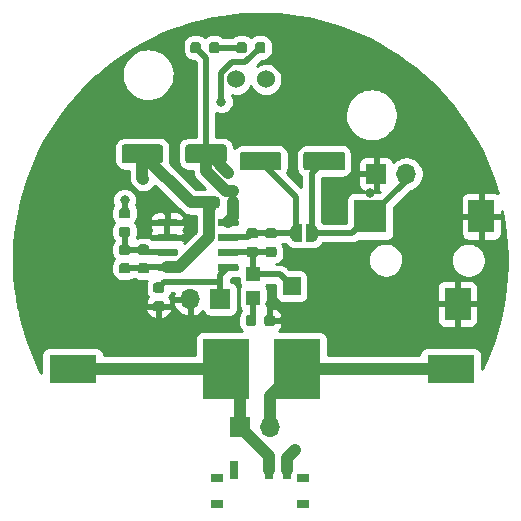
<source format=gbr>
G04 #@! TF.GenerationSoftware,KiCad,Pcbnew,6.0.0-unknown-120637b~86~ubuntu16.04.1*
G04 #@! TF.CreationDate,2019-08-06T10:20:09+03:00*
G04 #@! TF.ProjectId,contact-mic,636f6e74-6163-4742-9d6d-69632e6b6963,rev?*
G04 #@! TF.SameCoordinates,Original*
G04 #@! TF.FileFunction,Copper,L1,Top*
G04 #@! TF.FilePolarity,Positive*
%FSLAX46Y46*%
G04 Gerber Fmt 4.6, Leading zero omitted, Abs format (unit mm)*
G04 Created by KiCad (PCBNEW 6.0.0-unknown-120637b~86~ubuntu16.04.1) date 2019-08-06 10:20:09*
%MOMM*%
%LPD*%
G04 APERTURE LIST*
%ADD10R,4.000000X5.080000*%
%ADD11R,4.000000X2.400000*%
%ADD12C,1.524000*%
%ADD13C,0.100000*%
%ADD14C,0.875000*%
%ADD15C,1.600000*%
%ADD16R,1.200000X1.200000*%
%ADD17R,1.500000X1.600000*%
%ADD18R,1.000000X0.800000*%
%ADD19R,0.700000X1.500000*%
%ADD20R,2.800000X2.800000*%
%ADD21R,2.200000X2.800000*%
%ADD22C,0.600000*%
%ADD23C,0.500000*%
%ADD24R,1.700000X1.700000*%
%ADD25O,1.700000X1.700000*%
%ADD26C,0.800000*%
%ADD27C,1.000000*%
%ADD28C,0.500000*%
%ADD29C,0.254000*%
G04 APERTURE END LIST*
D10*
X103100000Y-109200000D03*
D11*
X116100000Y-109200000D03*
D10*
X97100000Y-109200000D03*
D11*
X84100000Y-109200000D03*
D12*
X97930000Y-84700000D03*
X100470000Y-84700000D03*
D13*
G36*
X100289962Y-81541651D02*
G01*
X100360930Y-81589070D01*
X100408349Y-81660038D01*
X100425000Y-81743750D01*
X100425000Y-82256250D01*
X100408349Y-82339962D01*
X100360930Y-82410930D01*
X100289962Y-82458349D01*
X100206250Y-82475000D01*
X99768750Y-82475000D01*
X99685038Y-82458349D01*
X99614070Y-82410930D01*
X99566651Y-82339962D01*
X99550000Y-82256250D01*
X99550000Y-81743750D01*
X99566651Y-81660038D01*
X99614070Y-81589070D01*
X99685038Y-81541651D01*
X99768750Y-81525000D01*
X100206250Y-81525000D01*
X100289962Y-81541651D01*
X100289962Y-81541651D01*
G37*
D14*
X99987500Y-82000000D03*
D13*
G36*
X98714962Y-81541651D02*
G01*
X98785930Y-81589070D01*
X98833349Y-81660038D01*
X98850000Y-81743750D01*
X98850000Y-82256250D01*
X98833349Y-82339962D01*
X98785930Y-82410930D01*
X98714962Y-82458349D01*
X98631250Y-82475000D01*
X98193750Y-82475000D01*
X98110038Y-82458349D01*
X98039070Y-82410930D01*
X97991651Y-82339962D01*
X97975000Y-82256250D01*
X97975000Y-81743750D01*
X97991651Y-81660038D01*
X98039070Y-81589070D01*
X98110038Y-81541651D01*
X98193750Y-81525000D01*
X98631250Y-81525000D01*
X98714962Y-81541651D01*
X98714962Y-81541651D01*
G37*
D14*
X98412500Y-82000000D03*
D13*
G36*
X101595671Y-90819030D02*
G01*
X101676777Y-90873223D01*
X101730970Y-90954329D01*
X101750000Y-91050000D01*
X101750000Y-92150000D01*
X101730970Y-92245671D01*
X101676777Y-92326777D01*
X101595671Y-92380970D01*
X101500000Y-92400000D01*
X98500000Y-92400000D01*
X98404329Y-92380970D01*
X98323223Y-92326777D01*
X98269030Y-92245671D01*
X98250000Y-92150000D01*
X98250000Y-91050000D01*
X98269030Y-90954329D01*
X98323223Y-90873223D01*
X98404329Y-90819030D01*
X98500000Y-90800000D01*
X101500000Y-90800000D01*
X101595671Y-90819030D01*
X101595671Y-90819030D01*
G37*
D15*
X100000000Y-91600000D03*
D13*
G36*
X106995671Y-90819030D02*
G01*
X107076777Y-90873223D01*
X107130970Y-90954329D01*
X107150000Y-91050000D01*
X107150000Y-92150000D01*
X107130970Y-92245671D01*
X107076777Y-92326777D01*
X106995671Y-92380970D01*
X106900000Y-92400000D01*
X103900000Y-92400000D01*
X103804329Y-92380970D01*
X103723223Y-92326777D01*
X103669030Y-92245671D01*
X103650000Y-92150000D01*
X103650000Y-91050000D01*
X103669030Y-90954329D01*
X103723223Y-90873223D01*
X103804329Y-90819030D01*
X103900000Y-90800000D01*
X106900000Y-90800000D01*
X106995671Y-90819030D01*
X106995671Y-90819030D01*
G37*
D15*
X105400000Y-91600000D03*
D13*
G36*
X91595671Y-90219030D02*
G01*
X91676777Y-90273223D01*
X91730970Y-90354329D01*
X91750000Y-90450000D01*
X91750000Y-91550000D01*
X91730970Y-91645671D01*
X91676777Y-91726777D01*
X91595671Y-91780970D01*
X91500000Y-91800000D01*
X88500000Y-91800000D01*
X88404329Y-91780970D01*
X88323223Y-91726777D01*
X88269030Y-91645671D01*
X88250000Y-91550000D01*
X88250000Y-90450000D01*
X88269030Y-90354329D01*
X88323223Y-90273223D01*
X88404329Y-90219030D01*
X88500000Y-90200000D01*
X91500000Y-90200000D01*
X91595671Y-90219030D01*
X91595671Y-90219030D01*
G37*
D15*
X90000000Y-91000000D03*
D13*
G36*
X96995671Y-90219030D02*
G01*
X97076777Y-90273223D01*
X97130970Y-90354329D01*
X97150000Y-90450000D01*
X97150000Y-91550000D01*
X97130970Y-91645671D01*
X97076777Y-91726777D01*
X96995671Y-91780970D01*
X96900000Y-91800000D01*
X93900000Y-91800000D01*
X93804329Y-91780970D01*
X93723223Y-91726777D01*
X93669030Y-91645671D01*
X93650000Y-91550000D01*
X93650000Y-90450000D01*
X93669030Y-90354329D01*
X93723223Y-90273223D01*
X93804329Y-90219030D01*
X93900000Y-90200000D01*
X96900000Y-90200000D01*
X96995671Y-90219030D01*
X96995671Y-90219030D01*
G37*
D15*
X95400000Y-91000000D03*
D16*
X99400000Y-103200000D03*
X99400000Y-101200000D03*
D17*
X102650000Y-102200000D03*
D18*
X96350000Y-118420000D03*
X103650000Y-118420000D03*
X103650000Y-120630000D03*
X96350000Y-120630000D03*
D19*
X102250000Y-117770000D03*
X100750000Y-117770000D03*
X97750000Y-117770000D03*
D13*
G36*
X96389962Y-81541651D02*
G01*
X96460930Y-81589070D01*
X96508349Y-81660038D01*
X96525000Y-81743750D01*
X96525000Y-82256250D01*
X96508349Y-82339962D01*
X96460930Y-82410930D01*
X96389962Y-82458349D01*
X96306250Y-82475000D01*
X95868750Y-82475000D01*
X95785038Y-82458349D01*
X95714070Y-82410930D01*
X95666651Y-82339962D01*
X95650000Y-82256250D01*
X95650000Y-81743750D01*
X95666651Y-81660038D01*
X95714070Y-81589070D01*
X95785038Y-81541651D01*
X95868750Y-81525000D01*
X96306250Y-81525000D01*
X96389962Y-81541651D01*
X96389962Y-81541651D01*
G37*
D14*
X96087500Y-82000000D03*
D13*
G36*
X94814962Y-81541651D02*
G01*
X94885930Y-81589070D01*
X94933349Y-81660038D01*
X94950000Y-81743750D01*
X94950000Y-82256250D01*
X94933349Y-82339962D01*
X94885930Y-82410930D01*
X94814962Y-82458349D01*
X94731250Y-82475000D01*
X94293750Y-82475000D01*
X94210038Y-82458349D01*
X94139070Y-82410930D01*
X94091651Y-82339962D01*
X94075000Y-82256250D01*
X94075000Y-81743750D01*
X94091651Y-81660038D01*
X94139070Y-81589070D01*
X94210038Y-81541651D01*
X94293750Y-81525000D01*
X94731250Y-81525000D01*
X94814962Y-81541651D01*
X94814962Y-81541651D01*
G37*
D14*
X94512500Y-82000000D03*
D20*
X109300000Y-96300000D03*
D21*
X118700000Y-96300000D03*
X116700000Y-103700000D03*
D13*
G36*
X98057403Y-96501416D02*
G01*
X98106066Y-96533932D01*
X98138582Y-96582595D01*
X98150000Y-96639998D01*
X98150000Y-96939998D01*
X98138582Y-96997401D01*
X98106066Y-97046064D01*
X98057403Y-97078580D01*
X98000000Y-97089998D01*
X96550000Y-97089998D01*
X96492597Y-97078580D01*
X96443934Y-97046064D01*
X96411418Y-96997401D01*
X96400000Y-96939998D01*
X96400000Y-96639998D01*
X96411418Y-96582595D01*
X96443934Y-96533932D01*
X96492597Y-96501416D01*
X96550000Y-96489998D01*
X98000000Y-96489998D01*
X98057403Y-96501416D01*
X98057403Y-96501416D01*
G37*
D22*
X97275000Y-96789998D03*
D13*
G36*
X98057403Y-97771416D02*
G01*
X98106066Y-97803932D01*
X98138582Y-97852595D01*
X98150000Y-97909998D01*
X98150000Y-98209998D01*
X98138582Y-98267401D01*
X98106066Y-98316064D01*
X98057403Y-98348580D01*
X98000000Y-98359998D01*
X96550000Y-98359998D01*
X96492597Y-98348580D01*
X96443934Y-98316064D01*
X96411418Y-98267401D01*
X96400000Y-98209998D01*
X96400000Y-97909998D01*
X96411418Y-97852595D01*
X96443934Y-97803932D01*
X96492597Y-97771416D01*
X96550000Y-97759998D01*
X98000000Y-97759998D01*
X98057403Y-97771416D01*
X98057403Y-97771416D01*
G37*
D22*
X97275000Y-98059998D03*
D13*
G36*
X98057403Y-99041416D02*
G01*
X98106066Y-99073932D01*
X98138582Y-99122595D01*
X98150000Y-99179998D01*
X98150000Y-99479998D01*
X98138582Y-99537401D01*
X98106066Y-99586064D01*
X98057403Y-99618580D01*
X98000000Y-99629998D01*
X96550000Y-99629998D01*
X96492597Y-99618580D01*
X96443934Y-99586064D01*
X96411418Y-99537401D01*
X96400000Y-99479998D01*
X96400000Y-99179998D01*
X96411418Y-99122595D01*
X96443934Y-99073932D01*
X96492597Y-99041416D01*
X96550000Y-99029998D01*
X98000000Y-99029998D01*
X98057403Y-99041416D01*
X98057403Y-99041416D01*
G37*
D22*
X97275000Y-99329998D03*
D13*
G36*
X98057403Y-100311416D02*
G01*
X98106066Y-100343932D01*
X98138582Y-100392595D01*
X98150000Y-100449998D01*
X98150000Y-100749998D01*
X98138582Y-100807401D01*
X98106066Y-100856064D01*
X98057403Y-100888580D01*
X98000000Y-100899998D01*
X96550000Y-100899998D01*
X96492597Y-100888580D01*
X96443934Y-100856064D01*
X96411418Y-100807401D01*
X96400000Y-100749998D01*
X96400000Y-100449998D01*
X96411418Y-100392595D01*
X96443934Y-100343932D01*
X96492597Y-100311416D01*
X96550000Y-100299998D01*
X98000000Y-100299998D01*
X98057403Y-100311416D01*
X98057403Y-100311416D01*
G37*
D22*
X97275000Y-100599998D03*
D13*
G36*
X92907403Y-100311416D02*
G01*
X92956066Y-100343932D01*
X92988582Y-100392595D01*
X93000000Y-100449998D01*
X93000000Y-100749998D01*
X92988582Y-100807401D01*
X92956066Y-100856064D01*
X92907403Y-100888580D01*
X92850000Y-100899998D01*
X91400000Y-100899998D01*
X91342597Y-100888580D01*
X91293934Y-100856064D01*
X91261418Y-100807401D01*
X91250000Y-100749998D01*
X91250000Y-100449998D01*
X91261418Y-100392595D01*
X91293934Y-100343932D01*
X91342597Y-100311416D01*
X91400000Y-100299998D01*
X92850000Y-100299998D01*
X92907403Y-100311416D01*
X92907403Y-100311416D01*
G37*
D22*
X92125000Y-100599998D03*
D13*
G36*
X92907403Y-99041416D02*
G01*
X92956066Y-99073932D01*
X92988582Y-99122595D01*
X93000000Y-99179998D01*
X93000000Y-99479998D01*
X92988582Y-99537401D01*
X92956066Y-99586064D01*
X92907403Y-99618580D01*
X92850000Y-99629998D01*
X91400000Y-99629998D01*
X91342597Y-99618580D01*
X91293934Y-99586064D01*
X91261418Y-99537401D01*
X91250000Y-99479998D01*
X91250000Y-99179998D01*
X91261418Y-99122595D01*
X91293934Y-99073932D01*
X91342597Y-99041416D01*
X91400000Y-99029998D01*
X92850000Y-99029998D01*
X92907403Y-99041416D01*
X92907403Y-99041416D01*
G37*
D22*
X92125000Y-99329998D03*
D13*
G36*
X92907403Y-97771416D02*
G01*
X92956066Y-97803932D01*
X92988582Y-97852595D01*
X93000000Y-97909998D01*
X93000000Y-98209998D01*
X92988582Y-98267401D01*
X92956066Y-98316064D01*
X92907403Y-98348580D01*
X92850000Y-98359998D01*
X91400000Y-98359998D01*
X91342597Y-98348580D01*
X91293934Y-98316064D01*
X91261418Y-98267401D01*
X91250000Y-98209998D01*
X91250000Y-97909998D01*
X91261418Y-97852595D01*
X91293934Y-97803932D01*
X91342597Y-97771416D01*
X91400000Y-97759998D01*
X92850000Y-97759998D01*
X92907403Y-97771416D01*
X92907403Y-97771416D01*
G37*
D22*
X92125000Y-98059998D03*
D13*
G36*
X92907403Y-96501416D02*
G01*
X92956066Y-96533932D01*
X92988582Y-96582595D01*
X93000000Y-96639998D01*
X93000000Y-96939998D01*
X92988582Y-96997401D01*
X92956066Y-97046064D01*
X92907403Y-97078580D01*
X92850000Y-97089998D01*
X91400000Y-97089998D01*
X91342597Y-97078580D01*
X91293934Y-97046064D01*
X91261418Y-96997401D01*
X91250000Y-96939998D01*
X91250000Y-96639998D01*
X91261418Y-96582595D01*
X91293934Y-96533932D01*
X91342597Y-96501416D01*
X91400000Y-96489998D01*
X92850000Y-96489998D01*
X92907403Y-96501416D01*
X92907403Y-96501416D01*
G37*
D22*
X92125000Y-96789998D03*
D13*
G36*
X99639962Y-97286649D02*
G01*
X99710930Y-97334068D01*
X99758349Y-97405036D01*
X99775000Y-97488748D01*
X99775000Y-97926248D01*
X99758349Y-98009960D01*
X99710930Y-98080928D01*
X99639962Y-98128347D01*
X99556250Y-98144998D01*
X99043750Y-98144998D01*
X98960038Y-98128347D01*
X98889070Y-98080928D01*
X98841651Y-98009960D01*
X98825000Y-97926248D01*
X98825000Y-97488748D01*
X98841651Y-97405036D01*
X98889070Y-97334068D01*
X98960038Y-97286649D01*
X99043750Y-97269998D01*
X99556250Y-97269998D01*
X99639962Y-97286649D01*
X99639962Y-97286649D01*
G37*
D14*
X99300000Y-97707498D03*
D13*
G36*
X99639962Y-98861649D02*
G01*
X99710930Y-98909068D01*
X99758349Y-98980036D01*
X99775000Y-99063748D01*
X99775000Y-99501248D01*
X99758349Y-99584960D01*
X99710930Y-99655928D01*
X99639962Y-99703347D01*
X99556250Y-99719998D01*
X99043750Y-99719998D01*
X98960038Y-99703347D01*
X98889070Y-99655928D01*
X98841651Y-99584960D01*
X98825000Y-99501248D01*
X98825000Y-99063748D01*
X98841651Y-98980036D01*
X98889070Y-98909068D01*
X98960038Y-98861649D01*
X99043750Y-98844998D01*
X99556250Y-98844998D01*
X99639962Y-98861649D01*
X99639962Y-98861649D01*
G37*
D14*
X99300000Y-99282498D03*
D13*
G36*
X101089962Y-104641651D02*
G01*
X101160930Y-104689070D01*
X101208349Y-104760038D01*
X101225000Y-104843750D01*
X101225000Y-105356250D01*
X101208349Y-105439962D01*
X101160930Y-105510930D01*
X101089962Y-105558349D01*
X101006250Y-105575000D01*
X100568750Y-105575000D01*
X100485038Y-105558349D01*
X100414070Y-105510930D01*
X100366651Y-105439962D01*
X100350000Y-105356250D01*
X100350000Y-104843750D01*
X100366651Y-104760038D01*
X100414070Y-104689070D01*
X100485038Y-104641651D01*
X100568750Y-104625000D01*
X101006250Y-104625000D01*
X101089962Y-104641651D01*
X101089962Y-104641651D01*
G37*
D14*
X100787500Y-105100000D03*
D13*
G36*
X99514962Y-104641651D02*
G01*
X99585930Y-104689070D01*
X99633349Y-104760038D01*
X99650000Y-104843750D01*
X99650000Y-105356250D01*
X99633349Y-105439962D01*
X99585930Y-105510930D01*
X99514962Y-105558349D01*
X99431250Y-105575000D01*
X98993750Y-105575000D01*
X98910038Y-105558349D01*
X98839070Y-105510930D01*
X98791651Y-105439962D01*
X98775000Y-105356250D01*
X98775000Y-104843750D01*
X98791651Y-104760038D01*
X98839070Y-104689070D01*
X98910038Y-104641651D01*
X98993750Y-104625000D01*
X99431250Y-104625000D01*
X99514962Y-104641651D01*
X99514962Y-104641651D01*
G37*
D14*
X99212500Y-105100000D03*
D13*
G36*
X90439962Y-100261649D02*
G01*
X90510930Y-100309068D01*
X90558349Y-100380036D01*
X90575000Y-100463748D01*
X90575000Y-100901248D01*
X90558349Y-100984960D01*
X90510930Y-101055928D01*
X90439962Y-101103347D01*
X90356250Y-101119998D01*
X89843750Y-101119998D01*
X89760038Y-101103347D01*
X89689070Y-101055928D01*
X89641651Y-100984960D01*
X89625000Y-100901248D01*
X89625000Y-100463748D01*
X89641651Y-100380036D01*
X89689070Y-100309068D01*
X89760038Y-100261649D01*
X89843750Y-100244998D01*
X90356250Y-100244998D01*
X90439962Y-100261649D01*
X90439962Y-100261649D01*
G37*
D14*
X90100000Y-100682498D03*
D13*
G36*
X90439962Y-98686649D02*
G01*
X90510930Y-98734068D01*
X90558349Y-98805036D01*
X90575000Y-98888748D01*
X90575000Y-99326248D01*
X90558349Y-99409960D01*
X90510930Y-99480928D01*
X90439962Y-99528347D01*
X90356250Y-99544998D01*
X89843750Y-99544998D01*
X89760038Y-99528347D01*
X89689070Y-99480928D01*
X89641651Y-99409960D01*
X89625000Y-99326248D01*
X89625000Y-98888748D01*
X89641651Y-98805036D01*
X89689070Y-98734068D01*
X89760038Y-98686649D01*
X89843750Y-98669998D01*
X90356250Y-98669998D01*
X90439962Y-98686649D01*
X90439962Y-98686649D01*
G37*
D14*
X90100000Y-99107498D03*
D13*
G36*
X88839962Y-97166651D02*
G01*
X88910930Y-97214070D01*
X88958349Y-97285038D01*
X88975000Y-97368750D01*
X88975000Y-97806250D01*
X88958349Y-97889962D01*
X88910930Y-97960930D01*
X88839962Y-98008349D01*
X88756250Y-98025000D01*
X88243750Y-98025000D01*
X88160038Y-98008349D01*
X88089070Y-97960930D01*
X88041651Y-97889962D01*
X88025000Y-97806250D01*
X88025000Y-97368750D01*
X88041651Y-97285038D01*
X88089070Y-97214070D01*
X88160038Y-97166651D01*
X88243750Y-97150000D01*
X88756250Y-97150000D01*
X88839962Y-97166651D01*
X88839962Y-97166651D01*
G37*
D14*
X88500000Y-97587500D03*
D13*
G36*
X88839962Y-95591651D02*
G01*
X88910930Y-95639070D01*
X88958349Y-95710038D01*
X88975000Y-95793750D01*
X88975000Y-96231250D01*
X88958349Y-96314962D01*
X88910930Y-96385930D01*
X88839962Y-96433349D01*
X88756250Y-96450000D01*
X88243750Y-96450000D01*
X88160038Y-96433349D01*
X88089070Y-96385930D01*
X88041651Y-96314962D01*
X88025000Y-96231250D01*
X88025000Y-95793750D01*
X88041651Y-95710038D01*
X88089070Y-95639070D01*
X88160038Y-95591651D01*
X88243750Y-95575000D01*
X88756250Y-95575000D01*
X88839962Y-95591651D01*
X88839962Y-95591651D01*
G37*
D14*
X88500000Y-96012500D03*
D13*
G36*
X91739962Y-103466651D02*
G01*
X91810930Y-103514070D01*
X91858349Y-103585038D01*
X91875000Y-103668750D01*
X91875000Y-104106250D01*
X91858349Y-104189962D01*
X91810930Y-104260930D01*
X91739962Y-104308349D01*
X91656250Y-104325000D01*
X91143750Y-104325000D01*
X91060038Y-104308349D01*
X90989070Y-104260930D01*
X90941651Y-104189962D01*
X90925000Y-104106250D01*
X90925000Y-103668750D01*
X90941651Y-103585038D01*
X90989070Y-103514070D01*
X91060038Y-103466651D01*
X91143750Y-103450000D01*
X91656250Y-103450000D01*
X91739962Y-103466651D01*
X91739962Y-103466651D01*
G37*
D14*
X91400000Y-103887500D03*
D13*
G36*
X91739962Y-101891651D02*
G01*
X91810930Y-101939070D01*
X91858349Y-102010038D01*
X91875000Y-102093750D01*
X91875000Y-102531250D01*
X91858349Y-102614962D01*
X91810930Y-102685930D01*
X91739962Y-102733349D01*
X91656250Y-102750000D01*
X91143750Y-102750000D01*
X91060038Y-102733349D01*
X90989070Y-102685930D01*
X90941651Y-102614962D01*
X90925000Y-102531250D01*
X90925000Y-102093750D01*
X90941651Y-102010038D01*
X90989070Y-101939070D01*
X91060038Y-101891651D01*
X91143750Y-101875000D01*
X91656250Y-101875000D01*
X91739962Y-101891651D01*
X91739962Y-101891651D01*
G37*
D14*
X91400000Y-102312500D03*
D23*
X104350000Y-97700000D03*
D13*
G36*
X104495158Y-96966165D02*
G01*
X104625120Y-97026353D01*
X104732965Y-97120598D01*
X104810024Y-97241324D01*
X104850102Y-97378825D01*
X104849170Y-97450000D01*
X104850000Y-97450000D01*
X104850000Y-97878475D01*
X104850102Y-97878825D01*
X104850000Y-97886615D01*
X104850000Y-97950000D01*
X104849170Y-97950000D01*
X104848067Y-98034242D01*
X104804404Y-98170646D01*
X104724211Y-98289314D01*
X104613935Y-98380704D01*
X104482443Y-98437469D01*
X104340303Y-98455048D01*
X104309307Y-98450000D01*
X103850000Y-98450000D01*
X103850000Y-98018417D01*
X103849066Y-98015060D01*
X103850000Y-97943722D01*
X103850000Y-97518417D01*
X103849066Y-97515060D01*
X103850000Y-97443722D01*
X103850000Y-96950000D01*
X104315840Y-96950000D01*
X104353527Y-96944871D01*
X104495158Y-96966165D01*
X104495158Y-96966165D01*
G37*
D23*
X103050000Y-97700000D03*
D13*
G36*
X103087641Y-96950000D02*
G01*
X103550000Y-96950000D01*
X103550000Y-97378475D01*
X103550102Y-97378825D01*
X103550000Y-97386615D01*
X103550000Y-97878475D01*
X103550102Y-97878825D01*
X103550000Y-97886615D01*
X103550000Y-98450000D01*
X103081120Y-98450000D01*
X103040303Y-98455048D01*
X102898942Y-98432026D01*
X102769725Y-98370254D01*
X102663040Y-98274698D01*
X102587461Y-98153040D01*
X102549066Y-98015060D01*
X102550000Y-97943722D01*
X102550000Y-97518417D01*
X102549066Y-97515060D01*
X102550941Y-97371849D01*
X102592935Y-97234921D01*
X102671672Y-97115283D01*
X102780822Y-97022553D01*
X102911612Y-96964185D01*
X103053527Y-96944871D01*
X103087641Y-96950000D01*
X103087641Y-96950000D01*
G37*
D24*
X109800000Y-92700000D03*
D25*
X112340000Y-92700000D03*
D24*
X96600000Y-103300000D03*
D25*
X94060000Y-103300000D03*
D24*
X98300000Y-114100000D03*
D25*
X100840000Y-114100000D03*
D13*
G36*
X101239962Y-98861649D02*
G01*
X101310930Y-98909068D01*
X101358349Y-98980036D01*
X101375000Y-99063748D01*
X101375000Y-99501248D01*
X101358349Y-99584960D01*
X101310930Y-99655928D01*
X101239962Y-99703347D01*
X101156250Y-99719998D01*
X100643750Y-99719998D01*
X100560038Y-99703347D01*
X100489070Y-99655928D01*
X100441651Y-99584960D01*
X100425000Y-99501248D01*
X100425000Y-99063748D01*
X100441651Y-98980036D01*
X100489070Y-98909068D01*
X100560038Y-98861649D01*
X100643750Y-98844998D01*
X101156250Y-98844998D01*
X101239962Y-98861649D01*
X101239962Y-98861649D01*
G37*
D14*
X100900000Y-99282498D03*
D13*
G36*
X101239962Y-97286649D02*
G01*
X101310930Y-97334068D01*
X101358349Y-97405036D01*
X101375000Y-97488748D01*
X101375000Y-97926248D01*
X101358349Y-98009960D01*
X101310930Y-98080928D01*
X101239962Y-98128347D01*
X101156250Y-98144998D01*
X100643750Y-98144998D01*
X100560038Y-98128347D01*
X100489070Y-98080928D01*
X100441651Y-98009960D01*
X100425000Y-97926248D01*
X100425000Y-97488748D01*
X100441651Y-97405036D01*
X100489070Y-97334068D01*
X100560038Y-97286649D01*
X100643750Y-97269998D01*
X101156250Y-97269998D01*
X101239962Y-97286649D01*
X101239962Y-97286649D01*
G37*
D14*
X100900000Y-97707498D03*
D13*
G36*
X88839962Y-100261649D02*
G01*
X88910930Y-100309068D01*
X88958349Y-100380036D01*
X88975000Y-100463748D01*
X88975000Y-100901248D01*
X88958349Y-100984960D01*
X88910930Y-101055928D01*
X88839962Y-101103347D01*
X88756250Y-101119998D01*
X88243750Y-101119998D01*
X88160038Y-101103347D01*
X88089070Y-101055928D01*
X88041651Y-100984960D01*
X88025000Y-100901248D01*
X88025000Y-100463748D01*
X88041651Y-100380036D01*
X88089070Y-100309068D01*
X88160038Y-100261649D01*
X88243750Y-100244998D01*
X88756250Y-100244998D01*
X88839962Y-100261649D01*
X88839962Y-100261649D01*
G37*
D14*
X88500000Y-100682498D03*
D13*
G36*
X88839962Y-98686649D02*
G01*
X88910930Y-98734068D01*
X88958349Y-98805036D01*
X88975000Y-98888748D01*
X88975000Y-99326248D01*
X88958349Y-99409960D01*
X88910930Y-99480928D01*
X88839962Y-99528347D01*
X88756250Y-99544998D01*
X88243750Y-99544998D01*
X88160038Y-99528347D01*
X88089070Y-99480928D01*
X88041651Y-99409960D01*
X88025000Y-99326248D01*
X88025000Y-98888748D01*
X88041651Y-98805036D01*
X88089070Y-98734068D01*
X88160038Y-98686649D01*
X88243750Y-98669998D01*
X88756250Y-98669998D01*
X88839962Y-98686649D01*
X88839962Y-98686649D01*
G37*
D14*
X88500000Y-99107498D03*
D13*
G36*
X97989962Y-94636649D02*
G01*
X98060930Y-94684068D01*
X98108349Y-94755036D01*
X98125000Y-94838748D01*
X98125000Y-95351248D01*
X98108349Y-95434960D01*
X98060930Y-95505928D01*
X97989962Y-95553347D01*
X97906250Y-95569998D01*
X97468750Y-95569998D01*
X97385038Y-95553347D01*
X97314070Y-95505928D01*
X97266651Y-95434960D01*
X97250000Y-95351248D01*
X97250000Y-94838748D01*
X97266651Y-94755036D01*
X97314070Y-94684068D01*
X97385038Y-94636649D01*
X97468750Y-94619998D01*
X97906250Y-94619998D01*
X97989962Y-94636649D01*
X97989962Y-94636649D01*
G37*
D14*
X97687500Y-95094998D03*
D13*
G36*
X96414962Y-94636649D02*
G01*
X96485930Y-94684068D01*
X96533349Y-94755036D01*
X96550000Y-94838748D01*
X96550000Y-95351248D01*
X96533349Y-95434960D01*
X96485930Y-95505928D01*
X96414962Y-95553347D01*
X96331250Y-95569998D01*
X95893750Y-95569998D01*
X95810038Y-95553347D01*
X95739070Y-95505928D01*
X95691651Y-95434960D01*
X95675000Y-95351248D01*
X95675000Y-94838748D01*
X95691651Y-94755036D01*
X95739070Y-94684068D01*
X95810038Y-94636649D01*
X95893750Y-94619998D01*
X96331250Y-94619998D01*
X96414962Y-94636649D01*
X96414962Y-94636649D01*
G37*
D14*
X96112500Y-95094998D03*
D26*
X97300000Y-92600000D03*
X102900000Y-116100000D03*
X109300000Y-109200000D03*
X107800000Y-109200000D03*
X106400000Y-109200000D03*
X90100000Y-93100000D03*
X109300000Y-94300000D03*
X109800000Y-90900000D03*
X106900000Y-96300000D03*
X108000000Y-92700000D03*
X118900000Y-103700000D03*
X114400000Y-103800000D03*
X116700000Y-106100000D03*
X100800000Y-103700000D03*
X102000000Y-105100000D03*
X92100000Y-95800000D03*
X90400000Y-96600000D03*
X90400000Y-97800000D03*
X93600000Y-98100000D03*
X93700000Y-96800000D03*
X97687500Y-94182498D03*
X88500000Y-94900000D03*
X96700000Y-86600000D03*
D27*
X97687500Y-94182498D02*
X97121815Y-94182498D01*
X97121815Y-94182498D02*
X95400000Y-92460683D01*
X95400000Y-92460683D02*
X95400000Y-91000000D01*
X95400000Y-91000000D02*
X95700000Y-91000000D01*
X95700000Y-91000000D02*
X97300000Y-92600000D01*
X95490209Y-90909791D02*
X95400000Y-91000000D01*
X102250000Y-117770000D02*
X102250000Y-116750000D01*
X102250000Y-116750000D02*
X102900000Y-116100000D01*
X100840000Y-114100000D02*
X100840000Y-111460000D01*
X100840000Y-111460000D02*
X103100000Y-109200000D01*
X98300000Y-114100000D02*
X98300000Y-110400000D01*
X98300000Y-110400000D02*
X97100000Y-109200000D01*
X100750000Y-117770000D02*
X100750000Y-116550000D01*
X100750000Y-116550000D02*
X98300000Y-114100000D01*
X109300000Y-109200000D02*
X107800000Y-109200000D01*
X113100000Y-109200000D02*
X109300000Y-109200000D01*
X107800000Y-109200000D02*
X106400000Y-109200000D01*
X106400000Y-109200000D02*
X103100000Y-109200000D01*
X90000000Y-91000000D02*
X90000000Y-93000000D01*
X90000000Y-93000000D02*
X90100000Y-93100000D01*
X97100000Y-109200000D02*
X84100000Y-109200000D01*
X116100000Y-109200000D02*
X113100000Y-109200000D01*
D28*
X96600000Y-101900000D02*
X96600000Y-101274998D01*
X91400000Y-102312500D02*
X91857904Y-101854596D01*
X96554596Y-101854596D02*
X96600000Y-101900000D01*
X96600000Y-103394998D02*
X96600000Y-101900000D01*
X91857904Y-101854596D02*
X96554596Y-101854596D01*
X112340000Y-92700000D02*
X112340000Y-93260000D01*
X112340000Y-93260000D02*
X109300000Y-96300000D01*
X109200000Y-96300000D02*
X107800000Y-97700000D01*
X107800000Y-97700000D02*
X104350000Y-97700000D01*
X109300000Y-96300000D02*
X109200000Y-96300000D01*
D27*
X97687500Y-95094998D02*
X97687500Y-96377498D01*
X97687500Y-96377498D02*
X97275000Y-96789998D01*
X96112500Y-95094998D02*
X94094998Y-95094998D01*
X94094998Y-95094998D02*
X90000000Y-91000000D01*
D28*
X92125000Y-100599998D02*
X90182500Y-100599998D01*
X90182500Y-100599998D02*
X90100000Y-100682498D01*
D27*
X95654596Y-95552902D02*
X96112500Y-95094998D01*
D28*
X90100000Y-100682498D02*
X88500000Y-100682498D01*
D27*
X95654596Y-98045402D02*
X95654596Y-95552902D01*
X92125000Y-100599998D02*
X93100000Y-100599998D01*
X93100000Y-100599998D02*
X95654596Y-98045402D01*
D28*
X96087500Y-82000000D02*
X98412500Y-82000000D01*
X95400000Y-91000000D02*
X95400000Y-82887500D01*
X95400000Y-82887500D02*
X94512500Y-82000000D01*
X100900000Y-97707498D02*
X103042502Y-97707498D01*
X103042502Y-97707498D02*
X103050000Y-97700000D01*
X99300000Y-97707498D02*
X100900000Y-97707498D01*
X97275000Y-98059998D02*
X98947500Y-98059998D01*
X98947500Y-98059998D02*
X99300000Y-97707498D01*
X103050000Y-97700000D02*
X103050000Y-94650000D01*
X103050000Y-94650000D02*
X100000000Y-91600000D01*
X104350000Y-97700000D02*
X104350000Y-92650000D01*
X104350000Y-92650000D02*
X105400000Y-91600000D01*
X99400000Y-103200000D02*
X99400000Y-104912500D01*
X99400000Y-104912500D02*
X99212500Y-105100000D01*
X99400000Y-101200000D02*
X101650000Y-101200000D01*
X101650000Y-101200000D02*
X102650000Y-102200000D01*
X99300000Y-99282498D02*
X100900000Y-99282498D01*
X97275000Y-99329998D02*
X99252500Y-99329998D01*
X99252500Y-99329998D02*
X99300000Y-99282498D01*
X99400000Y-101200000D02*
X99400000Y-99382498D01*
X99400000Y-99382498D02*
X99300000Y-99282498D01*
X96800000Y-91100000D02*
X94605002Y-91100000D01*
X94605002Y-91100000D02*
X94600000Y-91094998D01*
X88500000Y-96012500D02*
X88500000Y-94900000D01*
X88500000Y-99107498D02*
X88500000Y-97587500D01*
X97687500Y-95094998D02*
X97687500Y-94182498D01*
X96287500Y-103707498D02*
X96600000Y-103394998D01*
X92125000Y-96789998D02*
X92125000Y-98059998D01*
X96600000Y-101274998D02*
X97275000Y-100599998D01*
X92125000Y-99329998D02*
X90322500Y-99329998D01*
X90322500Y-99329998D02*
X90100000Y-99107498D01*
X88500000Y-99107498D02*
X90100000Y-99107498D01*
X98729501Y-83257999D02*
X97578239Y-83257999D01*
X96700000Y-86034315D02*
X96700000Y-86600000D01*
X96700000Y-84136238D02*
X96700000Y-86034315D01*
X97578239Y-83257999D02*
X96700000Y-84136238D01*
X99987500Y-82000000D02*
X98729501Y-83257999D01*
D29*
G36*
X100613160Y-103973657D02*
G01*
X100638843Y-103828000D01*
X114958163Y-103828000D01*
X114958163Y-105116588D01*
X115038795Y-105417512D01*
X115186185Y-105593165D01*
X115379814Y-105704956D01*
X115588976Y-105741837D01*
X116572000Y-105741837D01*
X116572000Y-103828000D01*
X116828000Y-103828000D01*
X116828000Y-105741837D01*
X117816588Y-105741837D01*
X118117512Y-105661205D01*
X118293165Y-105513815D01*
X118404956Y-105320186D01*
X118441837Y-105111024D01*
X118441837Y-103828000D01*
X116828000Y-103828000D01*
X116572000Y-103828000D01*
X114958163Y-103828000D01*
X100638843Y-103828000D01*
X100641837Y-103811024D01*
X100641837Y-102583412D01*
X100561205Y-102282489D01*
X100497411Y-102206461D01*
X100568113Y-102084000D01*
X101258163Y-102084000D01*
X101258163Y-103016588D01*
X101338795Y-103317512D01*
X101486185Y-103493165D01*
X101679814Y-103604956D01*
X101888976Y-103641837D01*
X103416588Y-103641837D01*
X103717512Y-103561205D01*
X103893165Y-103413815D01*
X104004956Y-103220186D01*
X104041837Y-103011024D01*
X104041837Y-102288976D01*
X114958163Y-102288976D01*
X114958163Y-103572000D01*
X116572000Y-103572000D01*
X116572000Y-101658163D01*
X116828000Y-101658163D01*
X116828000Y-103572000D01*
X118441837Y-103572000D01*
X118441837Y-102283412D01*
X118361205Y-101982489D01*
X118213815Y-101806835D01*
X118020186Y-101695044D01*
X117811024Y-101658163D01*
X116828000Y-101658163D01*
X116572000Y-101658163D01*
X115583412Y-101658163D01*
X115282489Y-101738795D01*
X115106835Y-101886185D01*
X114995044Y-102079814D01*
X114958163Y-102288976D01*
X104041837Y-102288976D01*
X104041837Y-101383412D01*
X103961205Y-101082489D01*
X103813815Y-100906835D01*
X103620186Y-100795044D01*
X103411024Y-100758163D01*
X102458326Y-100758163D01*
X102345113Y-100644950D01*
X102330114Y-100621178D01*
X102255021Y-100554858D01*
X102230251Y-100530087D01*
X102208608Y-100513868D01*
X102140320Y-100453557D01*
X102107708Y-100438246D01*
X102078879Y-100416639D01*
X101993572Y-100384660D01*
X101910755Y-100345777D01*
X101875993Y-100340582D01*
X101841775Y-100327755D01*
X101739127Y-100320127D01*
X101711513Y-100316000D01*
X101683605Y-100316000D01*
X101589258Y-100308989D01*
X101556414Y-100316000D01*
X101366235Y-100316000D01*
X101508004Y-100285160D01*
X101718176Y-100150092D01*
X101861744Y-99984404D01*
X109110720Y-99984404D01*
X109129384Y-100235554D01*
X109190097Y-100479970D01*
X109291123Y-100710662D01*
X109429575Y-100921033D01*
X109601493Y-101105071D01*
X109801960Y-101257510D01*
X110025246Y-101373992D01*
X110264966Y-101451190D01*
X110514266Y-101486892D01*
X110766017Y-101480080D01*
X111013022Y-101430948D01*
X111248216Y-101340901D01*
X111464877Y-101212512D01*
X111656807Y-101049455D01*
X111818521Y-100856391D01*
X111945393Y-100638840D01*
X112033796Y-100403022D01*
X112081318Y-100155082D01*
X112083104Y-99984404D01*
X116110720Y-99984404D01*
X116129384Y-100235554D01*
X116190097Y-100479970D01*
X116291123Y-100710662D01*
X116429575Y-100921033D01*
X116601493Y-101105071D01*
X116801960Y-101257510D01*
X117025246Y-101373992D01*
X117264966Y-101451190D01*
X117514266Y-101486892D01*
X117766017Y-101480080D01*
X118013022Y-101430948D01*
X118248216Y-101340901D01*
X118464877Y-101212512D01*
X118656807Y-101049455D01*
X118818521Y-100856391D01*
X118945393Y-100638840D01*
X119033796Y-100403022D01*
X119081318Y-100155082D01*
X119084240Y-99875974D01*
X119041922Y-99627094D01*
X118958477Y-99389476D01*
X118836188Y-99169315D01*
X118678554Y-98972907D01*
X118490080Y-98805866D01*
X118276156Y-98672969D01*
X118042899Y-98578016D01*
X117796977Y-98523721D01*
X117545424Y-98511638D01*
X117295431Y-98542113D01*
X117054147Y-98614272D01*
X116828470Y-98726053D01*
X116624854Y-98874261D01*
X116449120Y-99054656D01*
X116306293Y-99262083D01*
X116200457Y-99490609D01*
X116134639Y-99733699D01*
X116110720Y-99984404D01*
X112083104Y-99984404D01*
X112084240Y-99875974D01*
X112041922Y-99627094D01*
X111958477Y-99389476D01*
X111836188Y-99169315D01*
X111678554Y-98972907D01*
X111490080Y-98805866D01*
X111276156Y-98672969D01*
X111042899Y-98578016D01*
X110796977Y-98523721D01*
X110545424Y-98511638D01*
X110295431Y-98542113D01*
X110054147Y-98614272D01*
X109828470Y-98726053D01*
X109624854Y-98874261D01*
X109449120Y-99054656D01*
X109306293Y-99262083D01*
X109200457Y-99490609D01*
X109134639Y-99733699D01*
X109110720Y-99984404D01*
X101861744Y-99984404D01*
X101878757Y-99964771D01*
X101980622Y-99741717D01*
X102014224Y-99508011D01*
X102014224Y-99052451D01*
X101940162Y-98711994D01*
X101862725Y-98591498D01*
X102107316Y-98591498D01*
X102124800Y-98619642D01*
X102229872Y-98744861D01*
X102349930Y-98852395D01*
X102485930Y-98943096D01*
X102631344Y-99012611D01*
X102787332Y-99061495D01*
X102946412Y-99087402D01*
X103109852Y-99090541D01*
X103120500Y-99089224D01*
X103563547Y-99089224D01*
X103673948Y-99065207D01*
X103840988Y-99089224D01*
X104341261Y-99089224D01*
X104409851Y-99090541D01*
X104420500Y-99089224D01*
X104435307Y-99089224D01*
X104435307Y-99087393D01*
X104569809Y-99070759D01*
X104727554Y-99027900D01*
X104875529Y-98964019D01*
X105014908Y-98878608D01*
X105139007Y-98775762D01*
X105248814Y-98654663D01*
X105296567Y-98584000D01*
X107700970Y-98584000D01*
X107728377Y-98590202D01*
X107828338Y-98584000D01*
X107863400Y-98584000D01*
X107890192Y-98580163D01*
X107981105Y-98574523D01*
X108014985Y-98562291D01*
X108050657Y-98557183D01*
X108133603Y-98519470D01*
X108219643Y-98488409D01*
X108247895Y-98467504D01*
X108281166Y-98452376D01*
X108359157Y-98385174D01*
X108381584Y-98368579D01*
X108401308Y-98348855D01*
X108409453Y-98341837D01*
X110716588Y-98341837D01*
X111017512Y-98261205D01*
X111193165Y-98113815D01*
X111304956Y-97920186D01*
X111341837Y-97711024D01*
X111341837Y-96428000D01*
X116958163Y-96428000D01*
X116958163Y-97716588D01*
X117038795Y-98017512D01*
X117186185Y-98193165D01*
X117379814Y-98304956D01*
X117588976Y-98341837D01*
X118572000Y-98341837D01*
X118572000Y-96428000D01*
X118828000Y-96428000D01*
X118828000Y-98341837D01*
X119816588Y-98341837D01*
X120117512Y-98261205D01*
X120293165Y-98113815D01*
X120404956Y-97920186D01*
X120441837Y-97711024D01*
X120441837Y-96428000D01*
X118828000Y-96428000D01*
X118572000Y-96428000D01*
X116958163Y-96428000D01*
X111341837Y-96428000D01*
X111341837Y-95508326D01*
X111961187Y-94888976D01*
X116958163Y-94888976D01*
X116958163Y-96172000D01*
X118572000Y-96172000D01*
X118572000Y-94258163D01*
X117583412Y-94258163D01*
X117282489Y-94338795D01*
X117106835Y-94486185D01*
X116995044Y-94679814D01*
X116958163Y-94888976D01*
X111961187Y-94888976D01*
X112714047Y-94136117D01*
X112834708Y-94104800D01*
X113064329Y-94001363D01*
X113273240Y-93860716D01*
X113455466Y-93686881D01*
X113605797Y-93484828D01*
X113719936Y-93260334D01*
X113794618Y-93019819D01*
X113827708Y-92770159D01*
X113818260Y-92518492D01*
X113766544Y-92272017D01*
X113674039Y-92037778D01*
X113543390Y-91822474D01*
X113378331Y-91632261D01*
X113183584Y-91472578D01*
X112964716Y-91347991D01*
X112725169Y-91261040D01*
X112385352Y-91216000D01*
X112276810Y-91216000D01*
X112089058Y-91231931D01*
X111845292Y-91295200D01*
X111615671Y-91398637D01*
X111406760Y-91539284D01*
X111252465Y-91686474D01*
X111211205Y-91532489D01*
X111063815Y-91356835D01*
X110870186Y-91245044D01*
X110661024Y-91208163D01*
X109928000Y-91208163D01*
X109928000Y-94191837D01*
X110158000Y-94191837D01*
X110091674Y-94258163D01*
X107883412Y-94258163D01*
X107582489Y-94338795D01*
X107406835Y-94486185D01*
X107295044Y-94679814D01*
X107258163Y-94888976D01*
X107258163Y-96816000D01*
X105296883Y-96816000D01*
X105266951Y-96769107D01*
X105234000Y-96730798D01*
X105234000Y-93039224D01*
X106910975Y-93039224D01*
X107264549Y-92962309D01*
X107473537Y-92828000D01*
X108308163Y-92828000D01*
X108308163Y-93566588D01*
X108388795Y-93867512D01*
X108536185Y-94043165D01*
X108729814Y-94154956D01*
X108938976Y-94191837D01*
X109672000Y-94191837D01*
X109672000Y-92828000D01*
X108308163Y-92828000D01*
X107473537Y-92828000D01*
X107482279Y-92822382D01*
X107648745Y-92630270D01*
X107754343Y-92399041D01*
X107789224Y-92156441D01*
X107789224Y-91838976D01*
X108308163Y-91838976D01*
X108308163Y-92572000D01*
X109672000Y-92572000D01*
X109672000Y-91208163D01*
X108933412Y-91208163D01*
X108632489Y-91288795D01*
X108456835Y-91436185D01*
X108345044Y-91629814D01*
X108308163Y-91838976D01*
X107789224Y-91838976D01*
X107789224Y-91039025D01*
X107712309Y-90685451D01*
X107572382Y-90467721D01*
X107380270Y-90301255D01*
X107149041Y-90195657D01*
X106906441Y-90160776D01*
X103889025Y-90160776D01*
X103535451Y-90237691D01*
X103317721Y-90377618D01*
X103151255Y-90569730D01*
X103045657Y-90800959D01*
X103010776Y-91043559D01*
X103010776Y-92160975D01*
X103087691Y-92514549D01*
X103227618Y-92732279D01*
X103419730Y-92898745D01*
X103466001Y-92919876D01*
X103466001Y-93815837D01*
X102258679Y-92608516D01*
X102354343Y-92399041D01*
X102389224Y-92156441D01*
X102389224Y-91039025D01*
X102312309Y-90685451D01*
X102172382Y-90467721D01*
X101980270Y-90301255D01*
X101749041Y-90195657D01*
X101506441Y-90160776D01*
X98489025Y-90160776D01*
X98135451Y-90237691D01*
X97917721Y-90377618D01*
X97789224Y-90525911D01*
X97789224Y-90439025D01*
X97712309Y-90085451D01*
X97572382Y-89867721D01*
X97380270Y-89701255D01*
X97149041Y-89595657D01*
X96906441Y-89560776D01*
X96284000Y-89560776D01*
X96284000Y-87828898D01*
X107164496Y-87828898D01*
X107202672Y-88131098D01*
X107281510Y-88425321D01*
X107399547Y-88706122D01*
X107554602Y-88968307D01*
X107743805Y-89207021D01*
X107963655Y-89417849D01*
X108210083Y-89596890D01*
X108478530Y-89740830D01*
X108764028Y-89847006D01*
X109061294Y-89913452D01*
X109364828Y-89938941D01*
X109669012Y-89923000D01*
X109968220Y-89865923D01*
X110256911Y-89768767D01*
X110529747Y-89633330D01*
X110781678Y-89462119D01*
X111008041Y-89258300D01*
X111204649Y-89025646D01*
X111367863Y-88768463D01*
X111494663Y-88491507D01*
X111582702Y-88199906D01*
X111630456Y-87898399D01*
X111634122Y-87548356D01*
X111592692Y-87245916D01*
X111510780Y-86952534D01*
X111389808Y-86672984D01*
X111232015Y-86412438D01*
X111040323Y-86175718D01*
X110818277Y-85967204D01*
X110569988Y-85790753D01*
X110300049Y-85649633D01*
X110013454Y-85546452D01*
X109715509Y-85483121D01*
X109411724Y-85460813D01*
X109107723Y-85479939D01*
X108809131Y-85540147D01*
X108521472Y-85640319D01*
X108250070Y-85778606D01*
X107999946Y-85952446D01*
X107775729Y-86158624D01*
X107581568Y-86393324D01*
X107421057Y-86652203D01*
X107297163Y-86930471D01*
X107212183Y-87222979D01*
X107167685Y-87524313D01*
X107164496Y-87828898D01*
X96284000Y-87828898D01*
X96284000Y-87553782D01*
X96300891Y-87563534D01*
X96563872Y-87634000D01*
X96836128Y-87634000D01*
X97099109Y-87563534D01*
X97334891Y-87427406D01*
X97527406Y-87234891D01*
X97663534Y-86999109D01*
X97734000Y-86736128D01*
X97734000Y-86463872D01*
X97663534Y-86200891D01*
X97584000Y-86063133D01*
X97584000Y-86052622D01*
X97689019Y-86080762D01*
X97937339Y-86101615D01*
X98185428Y-86078164D01*
X98425442Y-86011150D01*
X98649796Y-85902693D01*
X98851399Y-85756221D01*
X99023878Y-85576362D01*
X99161780Y-85368802D01*
X99200119Y-85280206D01*
X99245291Y-85381664D01*
X99385360Y-85587768D01*
X99559711Y-85765811D01*
X99762837Y-85910164D01*
X99988315Y-86016266D01*
X100229019Y-86080762D01*
X100477339Y-86101615D01*
X100725428Y-86078164D01*
X100965442Y-86011150D01*
X101189796Y-85902693D01*
X101391399Y-85756221D01*
X101563878Y-85576362D01*
X101701780Y-85368802D01*
X101800747Y-85140102D01*
X101858031Y-84895872D01*
X101866380Y-84577041D01*
X101821956Y-84330147D01*
X101735094Y-84096581D01*
X101608244Y-83882089D01*
X101445414Y-83693449D01*
X101251754Y-83536627D01*
X101033384Y-83416576D01*
X100797205Y-83337093D01*
X100550684Y-83300690D01*
X100301612Y-83308517D01*
X100057863Y-83360328D01*
X99827141Y-83454484D01*
X99706827Y-83530838D01*
X100123441Y-83114224D01*
X100217547Y-83114224D01*
X100558004Y-83040162D01*
X100768176Y-82905094D01*
X100928757Y-82719773D01*
X101030622Y-82496719D01*
X101064224Y-82263013D01*
X101064224Y-81732453D01*
X100990162Y-81391996D01*
X100855094Y-81181824D01*
X100669773Y-81021243D01*
X100446719Y-80919378D01*
X100213013Y-80885776D01*
X99757453Y-80885776D01*
X99416996Y-80959838D01*
X99206824Y-81094906D01*
X99195228Y-81108288D01*
X99094773Y-81021243D01*
X98871719Y-80919378D01*
X98638013Y-80885776D01*
X98182453Y-80885776D01*
X97841996Y-80959838D01*
X97631824Y-81094906D01*
X97613546Y-81116000D01*
X96879128Y-81116000D01*
X96769773Y-81021243D01*
X96546719Y-80919378D01*
X96313013Y-80885776D01*
X95857453Y-80885776D01*
X95516996Y-80959838D01*
X95306824Y-81094906D01*
X95295228Y-81108288D01*
X95194773Y-81021243D01*
X94971719Y-80919378D01*
X94738013Y-80885776D01*
X94282453Y-80885776D01*
X93941996Y-80959838D01*
X93731824Y-81094906D01*
X93571243Y-81280227D01*
X93469378Y-81503281D01*
X93435776Y-81736987D01*
X93435776Y-82267547D01*
X93509838Y-82608004D01*
X93644906Y-82818176D01*
X93830227Y-82978757D01*
X94053281Y-83080622D01*
X94286987Y-83114224D01*
X94376560Y-83114224D01*
X94516001Y-83253665D01*
X94516000Y-89560776D01*
X93889025Y-89560776D01*
X93535451Y-89637691D01*
X93317721Y-89777618D01*
X93151255Y-89969730D01*
X93045657Y-90200959D01*
X93010776Y-90443559D01*
X93010776Y-91560975D01*
X93087691Y-91914549D01*
X93227618Y-92132279D01*
X93419730Y-92298745D01*
X93650959Y-92404343D01*
X93893559Y-92439224D01*
X94264783Y-92439224D01*
X94259245Y-92520467D01*
X94277731Y-92626387D01*
X94290651Y-92733164D01*
X94301271Y-92761269D01*
X94306434Y-92790849D01*
X94349651Y-92889304D01*
X94387670Y-92989915D01*
X94404683Y-93014670D01*
X94416890Y-93042478D01*
X94477481Y-93120592D01*
X94543132Y-93216114D01*
X94621851Y-93286251D01*
X95296598Y-93960998D01*
X94564715Y-93960998D01*
X92360429Y-91756713D01*
X92389224Y-91556441D01*
X92389224Y-90439025D01*
X92312309Y-90085451D01*
X92172382Y-89867721D01*
X91980270Y-89701255D01*
X91749041Y-89595657D01*
X91506441Y-89560776D01*
X88489025Y-89560776D01*
X88135451Y-89637691D01*
X87917721Y-89777618D01*
X87751255Y-89969730D01*
X87645657Y-90200959D01*
X87610776Y-90443559D01*
X87610776Y-91560975D01*
X87687691Y-91914549D01*
X87827618Y-92132279D01*
X88019730Y-92298745D01*
X88250959Y-92404343D01*
X88493559Y-92439224D01*
X88866001Y-92439224D01*
X88866001Y-92960678D01*
X88859245Y-93059784D01*
X88877731Y-93165704D01*
X88890652Y-93272483D01*
X88901271Y-93300583D01*
X88906433Y-93330165D01*
X88949653Y-93428625D01*
X88987671Y-93529234D01*
X89004684Y-93553987D01*
X89016891Y-93581795D01*
X89077475Y-93659901D01*
X89143133Y-93755431D01*
X89221828Y-93825546D01*
X89346771Y-93950488D01*
X89508246Y-94077101D01*
X89758399Y-94190049D01*
X90028273Y-94240068D01*
X90302288Y-94224267D01*
X90564624Y-94143563D01*
X90800137Y-94002611D01*
X90995230Y-93809550D01*
X91075250Y-93678967D01*
X93265329Y-95869046D01*
X93330636Y-95943908D01*
X93418619Y-96005744D01*
X93503245Y-96072101D01*
X93530622Y-96084462D01*
X93555192Y-96101730D01*
X93655380Y-96140792D01*
X93753396Y-96185047D01*
X93782930Y-96190521D01*
X93811227Y-96201553D01*
X93909307Y-96213944D01*
X94023271Y-96235066D01*
X94128500Y-96228998D01*
X94520597Y-96228998D01*
X94520596Y-97575685D01*
X93561031Y-98535251D01*
X93605937Y-98442002D01*
X93644221Y-98187998D01*
X90844882Y-98187998D01*
X90819773Y-98166241D01*
X90596719Y-98064376D01*
X90363013Y-98030774D01*
X89832453Y-98030774D01*
X89560929Y-98089840D01*
X89580622Y-98046719D01*
X89614224Y-97813013D01*
X89614224Y-97357453D01*
X89540162Y-97016996D01*
X89476541Y-96917998D01*
X90604183Y-96917998D01*
X90662438Y-97225874D01*
X90779848Y-97429235D01*
X90746606Y-97465061D01*
X90644063Y-97677994D01*
X90605779Y-97931998D01*
X93645817Y-97931998D01*
X93587562Y-97624122D01*
X93470152Y-97420761D01*
X93503394Y-97384935D01*
X93605937Y-97172002D01*
X93644221Y-96917998D01*
X90604183Y-96917998D01*
X89476541Y-96917998D01*
X89405094Y-96806824D01*
X89391712Y-96795228D01*
X89478757Y-96694773D01*
X89493724Y-96661998D01*
X90605779Y-96661998D01*
X91997000Y-96661998D01*
X91997000Y-95850260D01*
X92253000Y-95850260D01*
X92253000Y-96661998D01*
X93645817Y-96661998D01*
X93587562Y-96354122D01*
X93468186Y-96147355D01*
X93294937Y-95986604D01*
X93082005Y-95884061D01*
X92857748Y-95850260D01*
X92253000Y-95850260D01*
X91997000Y-95850260D01*
X91389879Y-95850260D01*
X91114124Y-95902436D01*
X90907357Y-96021812D01*
X90746606Y-96195061D01*
X90644063Y-96407994D01*
X90605779Y-96661998D01*
X89493724Y-96661998D01*
X89580622Y-96471719D01*
X89614224Y-96238013D01*
X89614224Y-95782453D01*
X89540162Y-95441996D01*
X89456341Y-95311567D01*
X89463534Y-95299109D01*
X89534000Y-95036128D01*
X89534000Y-94763872D01*
X89463534Y-94500891D01*
X89327406Y-94265109D01*
X89134891Y-94072594D01*
X88899109Y-93936466D01*
X88636128Y-93866000D01*
X88363872Y-93866000D01*
X88100891Y-93936466D01*
X87865109Y-94072594D01*
X87672594Y-94265109D01*
X87536466Y-94500891D01*
X87466000Y-94763872D01*
X87466000Y-95036128D01*
X87536466Y-95299109D01*
X87541161Y-95307241D01*
X87521243Y-95330227D01*
X87419378Y-95553281D01*
X87385776Y-95786987D01*
X87385776Y-96242547D01*
X87459838Y-96583004D01*
X87594906Y-96793176D01*
X87608288Y-96804772D01*
X87521243Y-96905227D01*
X87419378Y-97128281D01*
X87385776Y-97361987D01*
X87385776Y-97817547D01*
X87459838Y-98158004D01*
X87584588Y-98352120D01*
X87521243Y-98425225D01*
X87419378Y-98648279D01*
X87385776Y-98881985D01*
X87385776Y-99337545D01*
X87459838Y-99678002D01*
X87594906Y-99888174D01*
X87608288Y-99899770D01*
X87521243Y-100000225D01*
X87419378Y-100223279D01*
X87385776Y-100456985D01*
X87385776Y-100912545D01*
X87459838Y-101253002D01*
X87594906Y-101463174D01*
X87780227Y-101623755D01*
X88003281Y-101725620D01*
X88236987Y-101759222D01*
X88767547Y-101759222D01*
X89108004Y-101685160D01*
X89292647Y-101566498D01*
X89314148Y-101566498D01*
X89380227Y-101623755D01*
X89603281Y-101725620D01*
X89836987Y-101759222D01*
X90362333Y-101759222D01*
X90319378Y-101853281D01*
X90285776Y-102086987D01*
X90285776Y-102542547D01*
X90359838Y-102883004D01*
X90494906Y-103093176D01*
X90508288Y-103104772D01*
X90421243Y-103205227D01*
X90319378Y-103428281D01*
X90271755Y-103759500D01*
X92536424Y-103759500D01*
X92464310Y-103428000D01*
X92570513Y-103428000D01*
X92633456Y-103727983D01*
X92725961Y-103962222D01*
X92856610Y-104177526D01*
X93021669Y-104367739D01*
X93216416Y-104527422D01*
X93435284Y-104652009D01*
X93674831Y-104738960D01*
X93932000Y-104773047D01*
X93932000Y-103428000D01*
X92570513Y-103428000D01*
X92464310Y-103428000D01*
X92440162Y-103316995D01*
X92305094Y-103106824D01*
X92291712Y-103095228D01*
X92378757Y-102994773D01*
X92480622Y-102771719D01*
X92485385Y-102738596D01*
X92680608Y-102738596D01*
X92680064Y-102739666D01*
X92605382Y-102980181D01*
X92579957Y-103172000D01*
X94188000Y-103172000D01*
X94188000Y-104799978D01*
X94554708Y-104704800D01*
X94784329Y-104601363D01*
X94993240Y-104460716D01*
X95147535Y-104313526D01*
X95188795Y-104467512D01*
X95336185Y-104643165D01*
X95529814Y-104754956D01*
X95738976Y-104791837D01*
X97466588Y-104791837D01*
X97767512Y-104711205D01*
X97943165Y-104563815D01*
X98054956Y-104370186D01*
X98091837Y-104161024D01*
X98091837Y-102433412D01*
X98011205Y-102132489D01*
X97863815Y-101956835D01*
X97670186Y-101845044D01*
X97484000Y-101812214D01*
X97484000Y-101641162D01*
X97585427Y-101539736D01*
X98010121Y-101539736D01*
X98158163Y-101511725D01*
X98158163Y-101816588D01*
X98238795Y-102117512D01*
X98302589Y-102193539D01*
X98195044Y-102379814D01*
X98158163Y-102588976D01*
X98158163Y-103816588D01*
X98238795Y-104117512D01*
X98366751Y-104270004D01*
X98271243Y-104380227D01*
X98169378Y-104603281D01*
X98135776Y-104836987D01*
X98135776Y-105367547D01*
X98209838Y-105708004D01*
X98344906Y-105918176D01*
X98460298Y-106018163D01*
X95083412Y-106018163D01*
X94782489Y-106098795D01*
X94606835Y-106246185D01*
X94495044Y-106439814D01*
X94458163Y-106648976D01*
X94458163Y-108066000D01*
X86741837Y-108066000D01*
X86741837Y-107983412D01*
X86661205Y-107682489D01*
X86513815Y-107506835D01*
X86320186Y-107395044D01*
X86111024Y-107358163D01*
X82083412Y-107358163D01*
X81782489Y-107438795D01*
X81606835Y-107586185D01*
X81495044Y-107779814D01*
X81458163Y-107988976D01*
X81458163Y-109570431D01*
X81273348Y-109214648D01*
X80889239Y-108389043D01*
X80541503Y-107547458D01*
X80230804Y-106691494D01*
X79957744Y-105822820D01*
X79722831Y-104943041D01*
X79526520Y-104053862D01*
X79519791Y-104015500D01*
X90263576Y-104015500D01*
X90359838Y-104458005D01*
X90494906Y-104668176D01*
X90680227Y-104828757D01*
X90903281Y-104930622D01*
X91136987Y-104964224D01*
X91272000Y-104964224D01*
X91272000Y-104015500D01*
X91528000Y-104015500D01*
X91528000Y-104964224D01*
X91667547Y-104964224D01*
X92008004Y-104890162D01*
X92218176Y-104755094D01*
X92378757Y-104569773D01*
X92480622Y-104346719D01*
X92528245Y-104015500D01*
X91528000Y-104015500D01*
X91272000Y-104015500D01*
X90263576Y-104015500D01*
X79519791Y-104015500D01*
X79369176Y-103156948D01*
X79251109Y-102254058D01*
X79172538Y-101346858D01*
X79133611Y-100437086D01*
X79134406Y-99526487D01*
X79174919Y-98616807D01*
X79255075Y-97709744D01*
X79374720Y-96807039D01*
X79533628Y-95910398D01*
X79731488Y-95021579D01*
X79967935Y-94142217D01*
X80242511Y-93274015D01*
X80554704Y-92418596D01*
X80903916Y-91577602D01*
X81289453Y-90752696D01*
X81710641Y-89945321D01*
X82166620Y-89157131D01*
X82656544Y-88389584D01*
X83179497Y-87644116D01*
X83734471Y-86922165D01*
X84320389Y-86225131D01*
X84936165Y-85554306D01*
X85580624Y-84910971D01*
X86107636Y-84428898D01*
X88264496Y-84428898D01*
X88302672Y-84731098D01*
X88381510Y-85025321D01*
X88499547Y-85306122D01*
X88654602Y-85568307D01*
X88843805Y-85807021D01*
X89063655Y-86017849D01*
X89310083Y-86196890D01*
X89578530Y-86340830D01*
X89864028Y-86447006D01*
X90161294Y-86513452D01*
X90464828Y-86538941D01*
X90769012Y-86523000D01*
X91068220Y-86465923D01*
X91356911Y-86368767D01*
X91629747Y-86233330D01*
X91881678Y-86062119D01*
X92108041Y-85858300D01*
X92304649Y-85625646D01*
X92467863Y-85368463D01*
X92594663Y-85091507D01*
X92682702Y-84799906D01*
X92730456Y-84498399D01*
X92734122Y-84148356D01*
X92692692Y-83845916D01*
X92610780Y-83552534D01*
X92489808Y-83272984D01*
X92332015Y-83012438D01*
X92140323Y-82775718D01*
X91918277Y-82567204D01*
X91669988Y-82390753D01*
X91400049Y-82249633D01*
X91113454Y-82146452D01*
X90815509Y-82083121D01*
X90511724Y-82060813D01*
X90207723Y-82079939D01*
X89909131Y-82140147D01*
X89621472Y-82240319D01*
X89350070Y-82378606D01*
X89099946Y-82552446D01*
X88875729Y-82758624D01*
X88681568Y-82993324D01*
X88521057Y-83252203D01*
X88397163Y-83530471D01*
X88312183Y-83822979D01*
X88267685Y-84124313D01*
X88264496Y-84428898D01*
X86107636Y-84428898D01*
X86252512Y-84296376D01*
X86950581Y-83711664D01*
X87673484Y-83157963D01*
X88419869Y-82636309D01*
X89188270Y-82147725D01*
X89977271Y-81693113D01*
X90785352Y-81273348D01*
X91610957Y-80889239D01*
X92452542Y-80541503D01*
X93308506Y-80230804D01*
X94177180Y-79957744D01*
X95056959Y-79722831D01*
X95946138Y-79526520D01*
X96843052Y-79369176D01*
X97745942Y-79251109D01*
X98653142Y-79172538D01*
X99562914Y-79133611D01*
X100473513Y-79134406D01*
X101383193Y-79174919D01*
X102290256Y-79255075D01*
X103192961Y-79374720D01*
X104089602Y-79533628D01*
X104978421Y-79731488D01*
X105857783Y-79967935D01*
X106725985Y-80242511D01*
X107581404Y-80554704D01*
X108422398Y-80903916D01*
X109247304Y-81289453D01*
X110054679Y-81710641D01*
X110842869Y-82166620D01*
X111610416Y-82656544D01*
X112355884Y-83179497D01*
X113077835Y-83734471D01*
X113774869Y-84320389D01*
X114445694Y-84936165D01*
X115089029Y-85580624D01*
X115703624Y-86252512D01*
X116288336Y-86950581D01*
X116842037Y-87673484D01*
X117363691Y-88419869D01*
X117852275Y-89188270D01*
X118306887Y-89977271D01*
X118726652Y-90785352D01*
X119110761Y-91610957D01*
X119458497Y-92452542D01*
X119769196Y-93308506D01*
X120042256Y-94177180D01*
X120083485Y-94331589D01*
X120020186Y-94295044D01*
X119811024Y-94258163D01*
X118828000Y-94258163D01*
X118828000Y-96172000D01*
X120441837Y-96172000D01*
X120441837Y-95802811D01*
X120473480Y-95946138D01*
X120630824Y-96843052D01*
X120748891Y-97745942D01*
X120827462Y-98653142D01*
X120866389Y-99562914D01*
X120865594Y-100473513D01*
X120825081Y-101383193D01*
X120744925Y-102290256D01*
X120625280Y-103192961D01*
X120466372Y-104089602D01*
X120268512Y-104978421D01*
X120032065Y-105857783D01*
X119757489Y-106725985D01*
X119445296Y-107581404D01*
X119096084Y-108422398D01*
X118741837Y-109180356D01*
X118741837Y-107983412D01*
X118661205Y-107682489D01*
X118513815Y-107506835D01*
X118320186Y-107395044D01*
X118111024Y-107358163D01*
X114083412Y-107358163D01*
X113782489Y-107438795D01*
X113606835Y-107586185D01*
X113495044Y-107779814D01*
X113458163Y-107988976D01*
X113458163Y-108066000D01*
X105741837Y-108066000D01*
X105741837Y-106643412D01*
X105661205Y-106342489D01*
X105513815Y-106166835D01*
X105320186Y-106055044D01*
X105111024Y-106018163D01*
X101547840Y-106018163D01*
X101568176Y-106005094D01*
X101728757Y-105819773D01*
X101830622Y-105596719D01*
X101864224Y-105363013D01*
X101864224Y-105228000D01*
X100659500Y-105228000D01*
X100659500Y-104972000D01*
X100659500Y-103971755D01*
X100915500Y-103971755D01*
X100915500Y-104972000D01*
X101864224Y-104972000D01*
X101864224Y-104832453D01*
X101790162Y-104491996D01*
X101655094Y-104281824D01*
X101469773Y-104121243D01*
X101246719Y-104019378D01*
X100915500Y-103971755D01*
X100659500Y-103971755D01*
X100659500Y-103963577D01*
X100613160Y-103973657D01*
X100613160Y-103973657D01*
G37*
X100613160Y-103973657D02*
X100638843Y-103828000D01*
X114958163Y-103828000D01*
X114958163Y-105116588D01*
X115038795Y-105417512D01*
X115186185Y-105593165D01*
X115379814Y-105704956D01*
X115588976Y-105741837D01*
X116572000Y-105741837D01*
X116572000Y-103828000D01*
X116828000Y-103828000D01*
X116828000Y-105741837D01*
X117816588Y-105741837D01*
X118117512Y-105661205D01*
X118293165Y-105513815D01*
X118404956Y-105320186D01*
X118441837Y-105111024D01*
X118441837Y-103828000D01*
X116828000Y-103828000D01*
X116572000Y-103828000D01*
X114958163Y-103828000D01*
X100638843Y-103828000D01*
X100641837Y-103811024D01*
X100641837Y-102583412D01*
X100561205Y-102282489D01*
X100497411Y-102206461D01*
X100568113Y-102084000D01*
X101258163Y-102084000D01*
X101258163Y-103016588D01*
X101338795Y-103317512D01*
X101486185Y-103493165D01*
X101679814Y-103604956D01*
X101888976Y-103641837D01*
X103416588Y-103641837D01*
X103717512Y-103561205D01*
X103893165Y-103413815D01*
X104004956Y-103220186D01*
X104041837Y-103011024D01*
X104041837Y-102288976D01*
X114958163Y-102288976D01*
X114958163Y-103572000D01*
X116572000Y-103572000D01*
X116572000Y-101658163D01*
X116828000Y-101658163D01*
X116828000Y-103572000D01*
X118441837Y-103572000D01*
X118441837Y-102283412D01*
X118361205Y-101982489D01*
X118213815Y-101806835D01*
X118020186Y-101695044D01*
X117811024Y-101658163D01*
X116828000Y-101658163D01*
X116572000Y-101658163D01*
X115583412Y-101658163D01*
X115282489Y-101738795D01*
X115106835Y-101886185D01*
X114995044Y-102079814D01*
X114958163Y-102288976D01*
X104041837Y-102288976D01*
X104041837Y-101383412D01*
X103961205Y-101082489D01*
X103813815Y-100906835D01*
X103620186Y-100795044D01*
X103411024Y-100758163D01*
X102458326Y-100758163D01*
X102345113Y-100644950D01*
X102330114Y-100621178D01*
X102255021Y-100554858D01*
X102230251Y-100530087D01*
X102208608Y-100513868D01*
X102140320Y-100453557D01*
X102107708Y-100438246D01*
X102078879Y-100416639D01*
X101993572Y-100384660D01*
X101910755Y-100345777D01*
X101875993Y-100340582D01*
X101841775Y-100327755D01*
X101739127Y-100320127D01*
X101711513Y-100316000D01*
X101683605Y-100316000D01*
X101589258Y-100308989D01*
X101556414Y-100316000D01*
X101366235Y-100316000D01*
X101508004Y-100285160D01*
X101718176Y-100150092D01*
X101861744Y-99984404D01*
X109110720Y-99984404D01*
X109129384Y-100235554D01*
X109190097Y-100479970D01*
X109291123Y-100710662D01*
X109429575Y-100921033D01*
X109601493Y-101105071D01*
X109801960Y-101257510D01*
X110025246Y-101373992D01*
X110264966Y-101451190D01*
X110514266Y-101486892D01*
X110766017Y-101480080D01*
X111013022Y-101430948D01*
X111248216Y-101340901D01*
X111464877Y-101212512D01*
X111656807Y-101049455D01*
X111818521Y-100856391D01*
X111945393Y-100638840D01*
X112033796Y-100403022D01*
X112081318Y-100155082D01*
X112083104Y-99984404D01*
X116110720Y-99984404D01*
X116129384Y-100235554D01*
X116190097Y-100479970D01*
X116291123Y-100710662D01*
X116429575Y-100921033D01*
X116601493Y-101105071D01*
X116801960Y-101257510D01*
X117025246Y-101373992D01*
X117264966Y-101451190D01*
X117514266Y-101486892D01*
X117766017Y-101480080D01*
X118013022Y-101430948D01*
X118248216Y-101340901D01*
X118464877Y-101212512D01*
X118656807Y-101049455D01*
X118818521Y-100856391D01*
X118945393Y-100638840D01*
X119033796Y-100403022D01*
X119081318Y-100155082D01*
X119084240Y-99875974D01*
X119041922Y-99627094D01*
X118958477Y-99389476D01*
X118836188Y-99169315D01*
X118678554Y-98972907D01*
X118490080Y-98805866D01*
X118276156Y-98672969D01*
X118042899Y-98578016D01*
X117796977Y-98523721D01*
X117545424Y-98511638D01*
X117295431Y-98542113D01*
X117054147Y-98614272D01*
X116828470Y-98726053D01*
X116624854Y-98874261D01*
X116449120Y-99054656D01*
X116306293Y-99262083D01*
X116200457Y-99490609D01*
X116134639Y-99733699D01*
X116110720Y-99984404D01*
X112083104Y-99984404D01*
X112084240Y-99875974D01*
X112041922Y-99627094D01*
X111958477Y-99389476D01*
X111836188Y-99169315D01*
X111678554Y-98972907D01*
X111490080Y-98805866D01*
X111276156Y-98672969D01*
X111042899Y-98578016D01*
X110796977Y-98523721D01*
X110545424Y-98511638D01*
X110295431Y-98542113D01*
X110054147Y-98614272D01*
X109828470Y-98726053D01*
X109624854Y-98874261D01*
X109449120Y-99054656D01*
X109306293Y-99262083D01*
X109200457Y-99490609D01*
X109134639Y-99733699D01*
X109110720Y-99984404D01*
X101861744Y-99984404D01*
X101878757Y-99964771D01*
X101980622Y-99741717D01*
X102014224Y-99508011D01*
X102014224Y-99052451D01*
X101940162Y-98711994D01*
X101862725Y-98591498D01*
X102107316Y-98591498D01*
X102124800Y-98619642D01*
X102229872Y-98744861D01*
X102349930Y-98852395D01*
X102485930Y-98943096D01*
X102631344Y-99012611D01*
X102787332Y-99061495D01*
X102946412Y-99087402D01*
X103109852Y-99090541D01*
X103120500Y-99089224D01*
X103563547Y-99089224D01*
X103673948Y-99065207D01*
X103840988Y-99089224D01*
X104341261Y-99089224D01*
X104409851Y-99090541D01*
X104420500Y-99089224D01*
X104435307Y-99089224D01*
X104435307Y-99087393D01*
X104569809Y-99070759D01*
X104727554Y-99027900D01*
X104875529Y-98964019D01*
X105014908Y-98878608D01*
X105139007Y-98775762D01*
X105248814Y-98654663D01*
X105296567Y-98584000D01*
X107700970Y-98584000D01*
X107728377Y-98590202D01*
X107828338Y-98584000D01*
X107863400Y-98584000D01*
X107890192Y-98580163D01*
X107981105Y-98574523D01*
X108014985Y-98562291D01*
X108050657Y-98557183D01*
X108133603Y-98519470D01*
X108219643Y-98488409D01*
X108247895Y-98467504D01*
X108281166Y-98452376D01*
X108359157Y-98385174D01*
X108381584Y-98368579D01*
X108401308Y-98348855D01*
X108409453Y-98341837D01*
X110716588Y-98341837D01*
X111017512Y-98261205D01*
X111193165Y-98113815D01*
X111304956Y-97920186D01*
X111341837Y-97711024D01*
X111341837Y-96428000D01*
X116958163Y-96428000D01*
X116958163Y-97716588D01*
X117038795Y-98017512D01*
X117186185Y-98193165D01*
X117379814Y-98304956D01*
X117588976Y-98341837D01*
X118572000Y-98341837D01*
X118572000Y-96428000D01*
X118828000Y-96428000D01*
X118828000Y-98341837D01*
X119816588Y-98341837D01*
X120117512Y-98261205D01*
X120293165Y-98113815D01*
X120404956Y-97920186D01*
X120441837Y-97711024D01*
X120441837Y-96428000D01*
X118828000Y-96428000D01*
X118572000Y-96428000D01*
X116958163Y-96428000D01*
X111341837Y-96428000D01*
X111341837Y-95508326D01*
X111961187Y-94888976D01*
X116958163Y-94888976D01*
X116958163Y-96172000D01*
X118572000Y-96172000D01*
X118572000Y-94258163D01*
X117583412Y-94258163D01*
X117282489Y-94338795D01*
X117106835Y-94486185D01*
X116995044Y-94679814D01*
X116958163Y-94888976D01*
X111961187Y-94888976D01*
X112714047Y-94136117D01*
X112834708Y-94104800D01*
X113064329Y-94001363D01*
X113273240Y-93860716D01*
X113455466Y-93686881D01*
X113605797Y-93484828D01*
X113719936Y-93260334D01*
X113794618Y-93019819D01*
X113827708Y-92770159D01*
X113818260Y-92518492D01*
X113766544Y-92272017D01*
X113674039Y-92037778D01*
X113543390Y-91822474D01*
X113378331Y-91632261D01*
X113183584Y-91472578D01*
X112964716Y-91347991D01*
X112725169Y-91261040D01*
X112385352Y-91216000D01*
X112276810Y-91216000D01*
X112089058Y-91231931D01*
X111845292Y-91295200D01*
X111615671Y-91398637D01*
X111406760Y-91539284D01*
X111252465Y-91686474D01*
X111211205Y-91532489D01*
X111063815Y-91356835D01*
X110870186Y-91245044D01*
X110661024Y-91208163D01*
X109928000Y-91208163D01*
X109928000Y-94191837D01*
X110158000Y-94191837D01*
X110091674Y-94258163D01*
X107883412Y-94258163D01*
X107582489Y-94338795D01*
X107406835Y-94486185D01*
X107295044Y-94679814D01*
X107258163Y-94888976D01*
X107258163Y-96816000D01*
X105296883Y-96816000D01*
X105266951Y-96769107D01*
X105234000Y-96730798D01*
X105234000Y-93039224D01*
X106910975Y-93039224D01*
X107264549Y-92962309D01*
X107473537Y-92828000D01*
X108308163Y-92828000D01*
X108308163Y-93566588D01*
X108388795Y-93867512D01*
X108536185Y-94043165D01*
X108729814Y-94154956D01*
X108938976Y-94191837D01*
X109672000Y-94191837D01*
X109672000Y-92828000D01*
X108308163Y-92828000D01*
X107473537Y-92828000D01*
X107482279Y-92822382D01*
X107648745Y-92630270D01*
X107754343Y-92399041D01*
X107789224Y-92156441D01*
X107789224Y-91838976D01*
X108308163Y-91838976D01*
X108308163Y-92572000D01*
X109672000Y-92572000D01*
X109672000Y-91208163D01*
X108933412Y-91208163D01*
X108632489Y-91288795D01*
X108456835Y-91436185D01*
X108345044Y-91629814D01*
X108308163Y-91838976D01*
X107789224Y-91838976D01*
X107789224Y-91039025D01*
X107712309Y-90685451D01*
X107572382Y-90467721D01*
X107380270Y-90301255D01*
X107149041Y-90195657D01*
X106906441Y-90160776D01*
X103889025Y-90160776D01*
X103535451Y-90237691D01*
X103317721Y-90377618D01*
X103151255Y-90569730D01*
X103045657Y-90800959D01*
X103010776Y-91043559D01*
X103010776Y-92160975D01*
X103087691Y-92514549D01*
X103227618Y-92732279D01*
X103419730Y-92898745D01*
X103466001Y-92919876D01*
X103466001Y-93815837D01*
X102258679Y-92608516D01*
X102354343Y-92399041D01*
X102389224Y-92156441D01*
X102389224Y-91039025D01*
X102312309Y-90685451D01*
X102172382Y-90467721D01*
X101980270Y-90301255D01*
X101749041Y-90195657D01*
X101506441Y-90160776D01*
X98489025Y-90160776D01*
X98135451Y-90237691D01*
X97917721Y-90377618D01*
X97789224Y-90525911D01*
X97789224Y-90439025D01*
X97712309Y-90085451D01*
X97572382Y-89867721D01*
X97380270Y-89701255D01*
X97149041Y-89595657D01*
X96906441Y-89560776D01*
X96284000Y-89560776D01*
X96284000Y-87828898D01*
X107164496Y-87828898D01*
X107202672Y-88131098D01*
X107281510Y-88425321D01*
X107399547Y-88706122D01*
X107554602Y-88968307D01*
X107743805Y-89207021D01*
X107963655Y-89417849D01*
X108210083Y-89596890D01*
X108478530Y-89740830D01*
X108764028Y-89847006D01*
X109061294Y-89913452D01*
X109364828Y-89938941D01*
X109669012Y-89923000D01*
X109968220Y-89865923D01*
X110256911Y-89768767D01*
X110529747Y-89633330D01*
X110781678Y-89462119D01*
X111008041Y-89258300D01*
X111204649Y-89025646D01*
X111367863Y-88768463D01*
X111494663Y-88491507D01*
X111582702Y-88199906D01*
X111630456Y-87898399D01*
X111634122Y-87548356D01*
X111592692Y-87245916D01*
X111510780Y-86952534D01*
X111389808Y-86672984D01*
X111232015Y-86412438D01*
X111040323Y-86175718D01*
X110818277Y-85967204D01*
X110569988Y-85790753D01*
X110300049Y-85649633D01*
X110013454Y-85546452D01*
X109715509Y-85483121D01*
X109411724Y-85460813D01*
X109107723Y-85479939D01*
X108809131Y-85540147D01*
X108521472Y-85640319D01*
X108250070Y-85778606D01*
X107999946Y-85952446D01*
X107775729Y-86158624D01*
X107581568Y-86393324D01*
X107421057Y-86652203D01*
X107297163Y-86930471D01*
X107212183Y-87222979D01*
X107167685Y-87524313D01*
X107164496Y-87828898D01*
X96284000Y-87828898D01*
X96284000Y-87553782D01*
X96300891Y-87563534D01*
X96563872Y-87634000D01*
X96836128Y-87634000D01*
X97099109Y-87563534D01*
X97334891Y-87427406D01*
X97527406Y-87234891D01*
X97663534Y-86999109D01*
X97734000Y-86736128D01*
X97734000Y-86463872D01*
X97663534Y-86200891D01*
X97584000Y-86063133D01*
X97584000Y-86052622D01*
X97689019Y-86080762D01*
X97937339Y-86101615D01*
X98185428Y-86078164D01*
X98425442Y-86011150D01*
X98649796Y-85902693D01*
X98851399Y-85756221D01*
X99023878Y-85576362D01*
X99161780Y-85368802D01*
X99200119Y-85280206D01*
X99245291Y-85381664D01*
X99385360Y-85587768D01*
X99559711Y-85765811D01*
X99762837Y-85910164D01*
X99988315Y-86016266D01*
X100229019Y-86080762D01*
X100477339Y-86101615D01*
X100725428Y-86078164D01*
X100965442Y-86011150D01*
X101189796Y-85902693D01*
X101391399Y-85756221D01*
X101563878Y-85576362D01*
X101701780Y-85368802D01*
X101800747Y-85140102D01*
X101858031Y-84895872D01*
X101866380Y-84577041D01*
X101821956Y-84330147D01*
X101735094Y-84096581D01*
X101608244Y-83882089D01*
X101445414Y-83693449D01*
X101251754Y-83536627D01*
X101033384Y-83416576D01*
X100797205Y-83337093D01*
X100550684Y-83300690D01*
X100301612Y-83308517D01*
X100057863Y-83360328D01*
X99827141Y-83454484D01*
X99706827Y-83530838D01*
X100123441Y-83114224D01*
X100217547Y-83114224D01*
X100558004Y-83040162D01*
X100768176Y-82905094D01*
X100928757Y-82719773D01*
X101030622Y-82496719D01*
X101064224Y-82263013D01*
X101064224Y-81732453D01*
X100990162Y-81391996D01*
X100855094Y-81181824D01*
X100669773Y-81021243D01*
X100446719Y-80919378D01*
X100213013Y-80885776D01*
X99757453Y-80885776D01*
X99416996Y-80959838D01*
X99206824Y-81094906D01*
X99195228Y-81108288D01*
X99094773Y-81021243D01*
X98871719Y-80919378D01*
X98638013Y-80885776D01*
X98182453Y-80885776D01*
X97841996Y-80959838D01*
X97631824Y-81094906D01*
X97613546Y-81116000D01*
X96879128Y-81116000D01*
X96769773Y-81021243D01*
X96546719Y-80919378D01*
X96313013Y-80885776D01*
X95857453Y-80885776D01*
X95516996Y-80959838D01*
X95306824Y-81094906D01*
X95295228Y-81108288D01*
X95194773Y-81021243D01*
X94971719Y-80919378D01*
X94738013Y-80885776D01*
X94282453Y-80885776D01*
X93941996Y-80959838D01*
X93731824Y-81094906D01*
X93571243Y-81280227D01*
X93469378Y-81503281D01*
X93435776Y-81736987D01*
X93435776Y-82267547D01*
X93509838Y-82608004D01*
X93644906Y-82818176D01*
X93830227Y-82978757D01*
X94053281Y-83080622D01*
X94286987Y-83114224D01*
X94376560Y-83114224D01*
X94516001Y-83253665D01*
X94516000Y-89560776D01*
X93889025Y-89560776D01*
X93535451Y-89637691D01*
X93317721Y-89777618D01*
X93151255Y-89969730D01*
X93045657Y-90200959D01*
X93010776Y-90443559D01*
X93010776Y-91560975D01*
X93087691Y-91914549D01*
X93227618Y-92132279D01*
X93419730Y-92298745D01*
X93650959Y-92404343D01*
X93893559Y-92439224D01*
X94264783Y-92439224D01*
X94259245Y-92520467D01*
X94277731Y-92626387D01*
X94290651Y-92733164D01*
X94301271Y-92761269D01*
X94306434Y-92790849D01*
X94349651Y-92889304D01*
X94387670Y-92989915D01*
X94404683Y-93014670D01*
X94416890Y-93042478D01*
X94477481Y-93120592D01*
X94543132Y-93216114D01*
X94621851Y-93286251D01*
X95296598Y-93960998D01*
X94564715Y-93960998D01*
X92360429Y-91756713D01*
X92389224Y-91556441D01*
X92389224Y-90439025D01*
X92312309Y-90085451D01*
X92172382Y-89867721D01*
X91980270Y-89701255D01*
X91749041Y-89595657D01*
X91506441Y-89560776D01*
X88489025Y-89560776D01*
X88135451Y-89637691D01*
X87917721Y-89777618D01*
X87751255Y-89969730D01*
X87645657Y-90200959D01*
X87610776Y-90443559D01*
X87610776Y-91560975D01*
X87687691Y-91914549D01*
X87827618Y-92132279D01*
X88019730Y-92298745D01*
X88250959Y-92404343D01*
X88493559Y-92439224D01*
X88866001Y-92439224D01*
X88866001Y-92960678D01*
X88859245Y-93059784D01*
X88877731Y-93165704D01*
X88890652Y-93272483D01*
X88901271Y-93300583D01*
X88906433Y-93330165D01*
X88949653Y-93428625D01*
X88987671Y-93529234D01*
X89004684Y-93553987D01*
X89016891Y-93581795D01*
X89077475Y-93659901D01*
X89143133Y-93755431D01*
X89221828Y-93825546D01*
X89346771Y-93950488D01*
X89508246Y-94077101D01*
X89758399Y-94190049D01*
X90028273Y-94240068D01*
X90302288Y-94224267D01*
X90564624Y-94143563D01*
X90800137Y-94002611D01*
X90995230Y-93809550D01*
X91075250Y-93678967D01*
X93265329Y-95869046D01*
X93330636Y-95943908D01*
X93418619Y-96005744D01*
X93503245Y-96072101D01*
X93530622Y-96084462D01*
X93555192Y-96101730D01*
X93655380Y-96140792D01*
X93753396Y-96185047D01*
X93782930Y-96190521D01*
X93811227Y-96201553D01*
X93909307Y-96213944D01*
X94023271Y-96235066D01*
X94128500Y-96228998D01*
X94520597Y-96228998D01*
X94520596Y-97575685D01*
X93561031Y-98535251D01*
X93605937Y-98442002D01*
X93644221Y-98187998D01*
X90844882Y-98187998D01*
X90819773Y-98166241D01*
X90596719Y-98064376D01*
X90363013Y-98030774D01*
X89832453Y-98030774D01*
X89560929Y-98089840D01*
X89580622Y-98046719D01*
X89614224Y-97813013D01*
X89614224Y-97357453D01*
X89540162Y-97016996D01*
X89476541Y-96917998D01*
X90604183Y-96917998D01*
X90662438Y-97225874D01*
X90779848Y-97429235D01*
X90746606Y-97465061D01*
X90644063Y-97677994D01*
X90605779Y-97931998D01*
X93645817Y-97931998D01*
X93587562Y-97624122D01*
X93470152Y-97420761D01*
X93503394Y-97384935D01*
X93605937Y-97172002D01*
X93644221Y-96917998D01*
X90604183Y-96917998D01*
X89476541Y-96917998D01*
X89405094Y-96806824D01*
X89391712Y-96795228D01*
X89478757Y-96694773D01*
X89493724Y-96661998D01*
X90605779Y-96661998D01*
X91997000Y-96661998D01*
X91997000Y-95850260D01*
X92253000Y-95850260D01*
X92253000Y-96661998D01*
X93645817Y-96661998D01*
X93587562Y-96354122D01*
X93468186Y-96147355D01*
X93294937Y-95986604D01*
X93082005Y-95884061D01*
X92857748Y-95850260D01*
X92253000Y-95850260D01*
X91997000Y-95850260D01*
X91389879Y-95850260D01*
X91114124Y-95902436D01*
X90907357Y-96021812D01*
X90746606Y-96195061D01*
X90644063Y-96407994D01*
X90605779Y-96661998D01*
X89493724Y-96661998D01*
X89580622Y-96471719D01*
X89614224Y-96238013D01*
X89614224Y-95782453D01*
X89540162Y-95441996D01*
X89456341Y-95311567D01*
X89463534Y-95299109D01*
X89534000Y-95036128D01*
X89534000Y-94763872D01*
X89463534Y-94500891D01*
X89327406Y-94265109D01*
X89134891Y-94072594D01*
X88899109Y-93936466D01*
X88636128Y-93866000D01*
X88363872Y-93866000D01*
X88100891Y-93936466D01*
X87865109Y-94072594D01*
X87672594Y-94265109D01*
X87536466Y-94500891D01*
X87466000Y-94763872D01*
X87466000Y-95036128D01*
X87536466Y-95299109D01*
X87541161Y-95307241D01*
X87521243Y-95330227D01*
X87419378Y-95553281D01*
X87385776Y-95786987D01*
X87385776Y-96242547D01*
X87459838Y-96583004D01*
X87594906Y-96793176D01*
X87608288Y-96804772D01*
X87521243Y-96905227D01*
X87419378Y-97128281D01*
X87385776Y-97361987D01*
X87385776Y-97817547D01*
X87459838Y-98158004D01*
X87584588Y-98352120D01*
X87521243Y-98425225D01*
X87419378Y-98648279D01*
X87385776Y-98881985D01*
X87385776Y-99337545D01*
X87459838Y-99678002D01*
X87594906Y-99888174D01*
X87608288Y-99899770D01*
X87521243Y-100000225D01*
X87419378Y-100223279D01*
X87385776Y-100456985D01*
X87385776Y-100912545D01*
X87459838Y-101253002D01*
X87594906Y-101463174D01*
X87780227Y-101623755D01*
X88003281Y-101725620D01*
X88236987Y-101759222D01*
X88767547Y-101759222D01*
X89108004Y-101685160D01*
X89292647Y-101566498D01*
X89314148Y-101566498D01*
X89380227Y-101623755D01*
X89603281Y-101725620D01*
X89836987Y-101759222D01*
X90362333Y-101759222D01*
X90319378Y-101853281D01*
X90285776Y-102086987D01*
X90285776Y-102542547D01*
X90359838Y-102883004D01*
X90494906Y-103093176D01*
X90508288Y-103104772D01*
X90421243Y-103205227D01*
X90319378Y-103428281D01*
X90271755Y-103759500D01*
X92536424Y-103759500D01*
X92464310Y-103428000D01*
X92570513Y-103428000D01*
X92633456Y-103727983D01*
X92725961Y-103962222D01*
X92856610Y-104177526D01*
X93021669Y-104367739D01*
X93216416Y-104527422D01*
X93435284Y-104652009D01*
X93674831Y-104738960D01*
X93932000Y-104773047D01*
X93932000Y-103428000D01*
X92570513Y-103428000D01*
X92464310Y-103428000D01*
X92440162Y-103316995D01*
X92305094Y-103106824D01*
X92291712Y-103095228D01*
X92378757Y-102994773D01*
X92480622Y-102771719D01*
X92485385Y-102738596D01*
X92680608Y-102738596D01*
X92680064Y-102739666D01*
X92605382Y-102980181D01*
X92579957Y-103172000D01*
X94188000Y-103172000D01*
X94188000Y-104799978D01*
X94554708Y-104704800D01*
X94784329Y-104601363D01*
X94993240Y-104460716D01*
X95147535Y-104313526D01*
X95188795Y-104467512D01*
X95336185Y-104643165D01*
X95529814Y-104754956D01*
X95738976Y-104791837D01*
X97466588Y-104791837D01*
X97767512Y-104711205D01*
X97943165Y-104563815D01*
X98054956Y-104370186D01*
X98091837Y-104161024D01*
X98091837Y-102433412D01*
X98011205Y-102132489D01*
X97863815Y-101956835D01*
X97670186Y-101845044D01*
X97484000Y-101812214D01*
X97484000Y-101641162D01*
X97585427Y-101539736D01*
X98010121Y-101539736D01*
X98158163Y-101511725D01*
X98158163Y-101816588D01*
X98238795Y-102117512D01*
X98302589Y-102193539D01*
X98195044Y-102379814D01*
X98158163Y-102588976D01*
X98158163Y-103816588D01*
X98238795Y-104117512D01*
X98366751Y-104270004D01*
X98271243Y-104380227D01*
X98169378Y-104603281D01*
X98135776Y-104836987D01*
X98135776Y-105367547D01*
X98209838Y-105708004D01*
X98344906Y-105918176D01*
X98460298Y-106018163D01*
X95083412Y-106018163D01*
X94782489Y-106098795D01*
X94606835Y-106246185D01*
X94495044Y-106439814D01*
X94458163Y-106648976D01*
X94458163Y-108066000D01*
X86741837Y-108066000D01*
X86741837Y-107983412D01*
X86661205Y-107682489D01*
X86513815Y-107506835D01*
X86320186Y-107395044D01*
X86111024Y-107358163D01*
X82083412Y-107358163D01*
X81782489Y-107438795D01*
X81606835Y-107586185D01*
X81495044Y-107779814D01*
X81458163Y-107988976D01*
X81458163Y-109570431D01*
X81273348Y-109214648D01*
X80889239Y-108389043D01*
X80541503Y-107547458D01*
X80230804Y-106691494D01*
X79957744Y-105822820D01*
X79722831Y-104943041D01*
X79526520Y-104053862D01*
X79519791Y-104015500D01*
X90263576Y-104015500D01*
X90359838Y-104458005D01*
X90494906Y-104668176D01*
X90680227Y-104828757D01*
X90903281Y-104930622D01*
X91136987Y-104964224D01*
X91272000Y-104964224D01*
X91272000Y-104015500D01*
X91528000Y-104015500D01*
X91528000Y-104964224D01*
X91667547Y-104964224D01*
X92008004Y-104890162D01*
X92218176Y-104755094D01*
X92378757Y-104569773D01*
X92480622Y-104346719D01*
X92528245Y-104015500D01*
X91528000Y-104015500D01*
X91272000Y-104015500D01*
X90263576Y-104015500D01*
X79519791Y-104015500D01*
X79369176Y-103156948D01*
X79251109Y-102254058D01*
X79172538Y-101346858D01*
X79133611Y-100437086D01*
X79134406Y-99526487D01*
X79174919Y-98616807D01*
X79255075Y-97709744D01*
X79374720Y-96807039D01*
X79533628Y-95910398D01*
X79731488Y-95021579D01*
X79967935Y-94142217D01*
X80242511Y-93274015D01*
X80554704Y-92418596D01*
X80903916Y-91577602D01*
X81289453Y-90752696D01*
X81710641Y-89945321D01*
X82166620Y-89157131D01*
X82656544Y-88389584D01*
X83179497Y-87644116D01*
X83734471Y-86922165D01*
X84320389Y-86225131D01*
X84936165Y-85554306D01*
X85580624Y-84910971D01*
X86107636Y-84428898D01*
X88264496Y-84428898D01*
X88302672Y-84731098D01*
X88381510Y-85025321D01*
X88499547Y-85306122D01*
X88654602Y-85568307D01*
X88843805Y-85807021D01*
X89063655Y-86017849D01*
X89310083Y-86196890D01*
X89578530Y-86340830D01*
X89864028Y-86447006D01*
X90161294Y-86513452D01*
X90464828Y-86538941D01*
X90769012Y-86523000D01*
X91068220Y-86465923D01*
X91356911Y-86368767D01*
X91629747Y-86233330D01*
X91881678Y-86062119D01*
X92108041Y-85858300D01*
X92304649Y-85625646D01*
X92467863Y-85368463D01*
X92594663Y-85091507D01*
X92682702Y-84799906D01*
X92730456Y-84498399D01*
X92734122Y-84148356D01*
X92692692Y-83845916D01*
X92610780Y-83552534D01*
X92489808Y-83272984D01*
X92332015Y-83012438D01*
X92140323Y-82775718D01*
X91918277Y-82567204D01*
X91669988Y-82390753D01*
X91400049Y-82249633D01*
X91113454Y-82146452D01*
X90815509Y-82083121D01*
X90511724Y-82060813D01*
X90207723Y-82079939D01*
X89909131Y-82140147D01*
X89621472Y-82240319D01*
X89350070Y-82378606D01*
X89099946Y-82552446D01*
X88875729Y-82758624D01*
X88681568Y-82993324D01*
X88521057Y-83252203D01*
X88397163Y-83530471D01*
X88312183Y-83822979D01*
X88267685Y-84124313D01*
X88264496Y-84428898D01*
X86107636Y-84428898D01*
X86252512Y-84296376D01*
X86950581Y-83711664D01*
X87673484Y-83157963D01*
X88419869Y-82636309D01*
X89188270Y-82147725D01*
X89977271Y-81693113D01*
X90785352Y-81273348D01*
X91610957Y-80889239D01*
X92452542Y-80541503D01*
X93308506Y-80230804D01*
X94177180Y-79957744D01*
X95056959Y-79722831D01*
X95946138Y-79526520D01*
X96843052Y-79369176D01*
X97745942Y-79251109D01*
X98653142Y-79172538D01*
X99562914Y-79133611D01*
X100473513Y-79134406D01*
X101383193Y-79174919D01*
X102290256Y-79255075D01*
X103192961Y-79374720D01*
X104089602Y-79533628D01*
X104978421Y-79731488D01*
X105857783Y-79967935D01*
X106725985Y-80242511D01*
X107581404Y-80554704D01*
X108422398Y-80903916D01*
X109247304Y-81289453D01*
X110054679Y-81710641D01*
X110842869Y-82166620D01*
X111610416Y-82656544D01*
X112355884Y-83179497D01*
X113077835Y-83734471D01*
X113774869Y-84320389D01*
X114445694Y-84936165D01*
X115089029Y-85580624D01*
X115703624Y-86252512D01*
X116288336Y-86950581D01*
X116842037Y-87673484D01*
X117363691Y-88419869D01*
X117852275Y-89188270D01*
X118306887Y-89977271D01*
X118726652Y-90785352D01*
X119110761Y-91610957D01*
X119458497Y-92452542D01*
X119769196Y-93308506D01*
X120042256Y-94177180D01*
X120083485Y-94331589D01*
X120020186Y-94295044D01*
X119811024Y-94258163D01*
X118828000Y-94258163D01*
X118828000Y-96172000D01*
X120441837Y-96172000D01*
X120441837Y-95802811D01*
X120473480Y-95946138D01*
X120630824Y-96843052D01*
X120748891Y-97745942D01*
X120827462Y-98653142D01*
X120866389Y-99562914D01*
X120865594Y-100473513D01*
X120825081Y-101383193D01*
X120744925Y-102290256D01*
X120625280Y-103192961D01*
X120466372Y-104089602D01*
X120268512Y-104978421D01*
X120032065Y-105857783D01*
X119757489Y-106725985D01*
X119445296Y-107581404D01*
X119096084Y-108422398D01*
X118741837Y-109180356D01*
X118741837Y-107983412D01*
X118661205Y-107682489D01*
X118513815Y-107506835D01*
X118320186Y-107395044D01*
X118111024Y-107358163D01*
X114083412Y-107358163D01*
X113782489Y-107438795D01*
X113606835Y-107586185D01*
X113495044Y-107779814D01*
X113458163Y-107988976D01*
X113458163Y-108066000D01*
X105741837Y-108066000D01*
X105741837Y-106643412D01*
X105661205Y-106342489D01*
X105513815Y-106166835D01*
X105320186Y-106055044D01*
X105111024Y-106018163D01*
X101547840Y-106018163D01*
X101568176Y-106005094D01*
X101728757Y-105819773D01*
X101830622Y-105596719D01*
X101864224Y-105363013D01*
X101864224Y-105228000D01*
X100659500Y-105228000D01*
X100659500Y-104972000D01*
X100659500Y-103971755D01*
X100915500Y-103971755D01*
X100915500Y-104972000D01*
X101864224Y-104972000D01*
X101864224Y-104832453D01*
X101790162Y-104491996D01*
X101655094Y-104281824D01*
X101469773Y-104121243D01*
X101246719Y-104019378D01*
X100915500Y-103971755D01*
X100659500Y-103971755D01*
X100659500Y-103963577D01*
X100613160Y-103973657D01*
M02*

</source>
